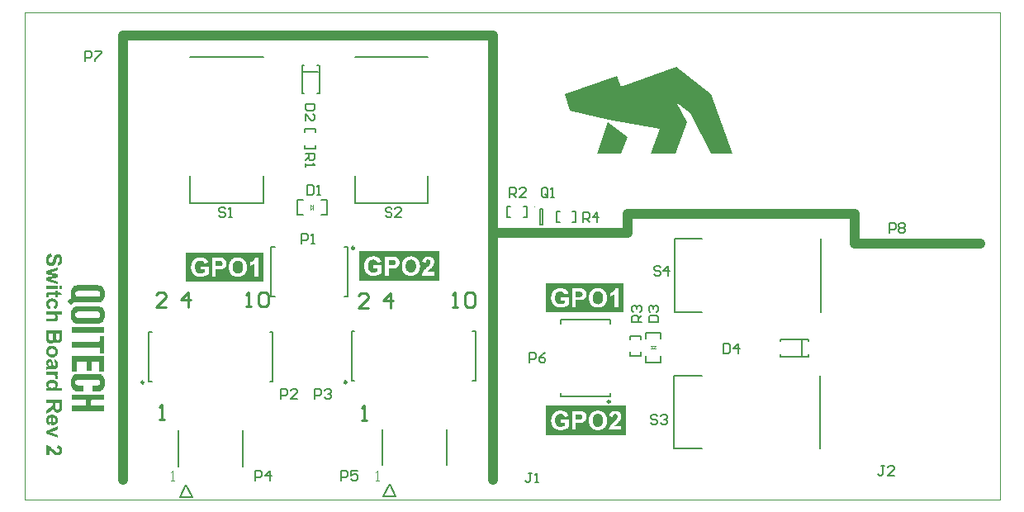
<source format=gto>
G04*
G04 #@! TF.GenerationSoftware,Altium Limited,Altium Designer,18.1.9 (240)*
G04*
G04 Layer_Color=65535*
%FSLAX25Y25*%
%MOIN*%
G70*
G01*
G75*
%ADD10C,0.00984*%
%ADD11C,0.00394*%
%ADD12C,0.00787*%
%ADD13C,0.00602*%
%ADD14C,0.03937*%
%ADD15C,0.00600*%
%ADD16C,0.00300*%
%ADD17C,0.00039*%
G36*
X316374Y203091D02*
X325107Y179151D01*
X316476D01*
X308051Y195334D01*
X302400Y199803D01*
X306818Y191840D01*
X302143Y179151D01*
X292228D01*
X295824Y189118D01*
X275223Y192611D01*
X259555Y196464D01*
X257654Y202937D01*
X278614Y210592D01*
X280155Y206019D01*
X302400Y214136D01*
X316374Y203091D01*
D02*
G37*
G36*
X282775Y185830D02*
X280258Y179151D01*
X270343D01*
X274967Y191686D01*
X282775Y185830D01*
D02*
G37*
G36*
X69077Y125899D02*
X69943D01*
Y125683D01*
X70376D01*
Y125466D01*
X70810D01*
Y125249D01*
X71026D01*
Y125033D01*
Y124816D01*
X71243D01*
Y124600D01*
Y124383D01*
X71459D01*
Y124166D01*
Y123950D01*
Y123733D01*
X71676D01*
Y123516D01*
Y123300D01*
Y123083D01*
Y122866D01*
Y122650D01*
Y122433D01*
Y122217D01*
Y122000D01*
Y121783D01*
Y121567D01*
Y121350D01*
Y121133D01*
X71459D01*
Y120917D01*
Y120700D01*
Y120484D01*
X71243D01*
Y120267D01*
Y120050D01*
X71026D01*
Y119834D01*
X70810D01*
Y119617D01*
X70593D01*
Y119401D01*
X70376D01*
Y119184D01*
X69726D01*
Y118967D01*
X59978D01*
Y119184D01*
X59329D01*
Y118967D01*
X59112D01*
Y118751D01*
X58895D01*
Y118534D01*
X58679D01*
Y118317D01*
X58462D01*
Y118101D01*
X58245D01*
Y117884D01*
X58029D01*
Y118101D01*
X57812D01*
Y118317D01*
X57595D01*
Y118534D01*
X57379D01*
Y118751D01*
X57162D01*
Y118967D01*
X56946D01*
Y119184D01*
X56729D01*
Y119401D01*
Y119617D01*
X56946D01*
Y119834D01*
X57162D01*
Y120050D01*
X57595D01*
Y120267D01*
X57812D01*
Y120484D01*
X58029D01*
Y120700D01*
X58245D01*
Y120917D01*
Y121133D01*
Y121350D01*
Y121567D01*
Y121783D01*
Y122000D01*
Y122217D01*
Y122433D01*
Y122650D01*
Y122866D01*
Y123083D01*
Y123300D01*
Y123516D01*
Y123733D01*
Y123950D01*
Y124166D01*
X58462D01*
Y124383D01*
Y124600D01*
X58679D01*
Y124816D01*
Y125033D01*
X58895D01*
Y125249D01*
X59112D01*
Y125466D01*
X59329D01*
Y125683D01*
X59762D01*
Y125899D01*
X60628D01*
Y126116D01*
X69077D01*
Y125899D01*
D02*
G37*
G36*
X69943Y117234D02*
X70376D01*
Y117018D01*
X70810D01*
Y116801D01*
X71026D01*
Y116584D01*
Y116368D01*
X71243D01*
Y116151D01*
Y115935D01*
X71459D01*
Y115718D01*
Y115501D01*
Y115285D01*
X71676D01*
Y115068D01*
Y114851D01*
Y114635D01*
Y114418D01*
Y114202D01*
Y113985D01*
Y113768D01*
Y113552D01*
Y113335D01*
Y113119D01*
Y112902D01*
Y112685D01*
X71459D01*
Y112469D01*
Y112252D01*
Y112035D01*
X71243D01*
Y111819D01*
Y111602D01*
X71026D01*
Y111386D01*
Y111169D01*
X70810D01*
Y110952D01*
X70376D01*
Y110736D01*
X69943D01*
Y110519D01*
X59762D01*
Y110736D01*
X59329D01*
Y110952D01*
X59112D01*
Y111169D01*
X58895D01*
Y111386D01*
X58679D01*
Y111602D01*
Y111819D01*
X58462D01*
Y112035D01*
Y112252D01*
X58245D01*
Y112469D01*
Y112685D01*
Y112902D01*
Y113119D01*
Y113335D01*
Y113552D01*
Y113768D01*
Y113985D01*
Y114202D01*
Y114418D01*
Y114635D01*
Y114851D01*
Y115068D01*
Y115285D01*
Y115501D01*
Y115718D01*
X58462D01*
Y115935D01*
Y116151D01*
X58679D01*
Y116368D01*
Y116584D01*
X58895D01*
Y116801D01*
X59112D01*
Y117018D01*
X59329D01*
Y117234D01*
X59762D01*
Y117451D01*
X69943D01*
Y117234D01*
D02*
G37*
G36*
X71459Y108786D02*
Y108569D01*
Y108353D01*
Y108136D01*
Y107920D01*
Y107703D01*
Y107486D01*
Y107270D01*
Y107053D01*
Y106836D01*
Y106620D01*
X58462D01*
Y106836D01*
Y107053D01*
Y107270D01*
Y107486D01*
Y107703D01*
Y107920D01*
Y108136D01*
Y108353D01*
Y108569D01*
Y108786D01*
Y109003D01*
X71459D01*
Y108786D01*
D02*
G37*
G36*
Y105320D02*
Y105103D01*
Y104887D01*
Y104670D01*
Y104454D01*
Y104237D01*
Y104020D01*
Y103804D01*
Y103587D01*
Y103370D01*
Y103154D01*
Y102937D01*
Y102721D01*
Y102504D01*
Y102287D01*
Y102071D01*
Y101854D01*
Y101637D01*
Y101421D01*
Y101204D01*
Y100988D01*
Y100771D01*
Y100554D01*
Y100338D01*
Y100121D01*
Y99904D01*
Y99688D01*
Y99471D01*
Y99255D01*
Y99038D01*
Y98821D01*
Y98605D01*
Y98388D01*
X69726D01*
Y98605D01*
X69510D01*
Y98821D01*
X69726D01*
Y99038D01*
Y99255D01*
Y99471D01*
Y99688D01*
Y99904D01*
Y100121D01*
Y100338D01*
Y100554D01*
Y100771D01*
X58462D01*
Y100988D01*
Y101204D01*
Y101421D01*
Y101637D01*
Y101854D01*
Y102071D01*
Y102287D01*
Y102504D01*
Y102721D01*
Y102937D01*
Y103154D01*
X69510D01*
Y103370D01*
X69726D01*
Y103587D01*
Y103804D01*
Y104020D01*
Y104237D01*
Y104454D01*
Y104670D01*
Y104887D01*
Y105103D01*
Y105320D01*
X69510D01*
Y105537D01*
X71459D01*
Y105320D01*
D02*
G37*
G36*
Y97305D02*
Y97088D01*
Y96872D01*
Y96655D01*
Y96438D01*
Y96222D01*
Y96005D01*
Y95789D01*
Y95572D01*
Y95355D01*
Y95139D01*
Y94922D01*
Y94705D01*
Y94489D01*
Y94272D01*
Y94056D01*
Y93839D01*
Y93622D01*
Y93406D01*
Y93189D01*
Y92972D01*
Y92756D01*
Y92539D01*
Y92323D01*
Y92106D01*
Y91889D01*
Y91673D01*
Y91456D01*
Y91240D01*
X69510D01*
Y91456D01*
Y91673D01*
Y91889D01*
Y92106D01*
Y92323D01*
Y92539D01*
Y92756D01*
Y92972D01*
Y93189D01*
Y93406D01*
Y93622D01*
Y93839D01*
Y94056D01*
Y94272D01*
Y94489D01*
Y94705D01*
Y94922D01*
Y95139D01*
X66477D01*
Y94922D01*
Y94705D01*
Y94489D01*
Y94272D01*
Y94056D01*
Y93839D01*
Y93622D01*
Y93406D01*
Y93189D01*
Y92972D01*
Y92756D01*
Y92539D01*
Y92323D01*
Y92106D01*
Y91889D01*
Y91673D01*
Y91456D01*
X64527D01*
Y91673D01*
Y91889D01*
Y92106D01*
Y92323D01*
Y92539D01*
Y92756D01*
Y92972D01*
Y93189D01*
Y93406D01*
Y93622D01*
Y93839D01*
Y94056D01*
Y94272D01*
Y94489D01*
Y94705D01*
Y94922D01*
Y95139D01*
X60412D01*
Y94922D01*
Y94705D01*
Y94489D01*
Y94272D01*
Y94056D01*
Y93839D01*
Y93622D01*
Y93406D01*
Y93189D01*
Y92972D01*
Y92756D01*
Y92539D01*
Y92323D01*
Y92106D01*
Y91889D01*
Y91673D01*
Y91456D01*
Y91240D01*
Y91023D01*
X58462D01*
Y91240D01*
Y91456D01*
Y91673D01*
Y91889D01*
Y92106D01*
Y92323D01*
Y92539D01*
Y92756D01*
Y92972D01*
Y93189D01*
Y93406D01*
Y93622D01*
Y93839D01*
Y94056D01*
Y94272D01*
Y94489D01*
Y94705D01*
Y94922D01*
Y95139D01*
Y95355D01*
Y95572D01*
Y95789D01*
Y96005D01*
Y96222D01*
Y96438D01*
Y96655D01*
Y96872D01*
Y97088D01*
Y97305D01*
Y97522D01*
X71459D01*
Y97305D01*
D02*
G37*
G36*
X69726Y89940D02*
X70376D01*
Y89723D01*
X70593D01*
Y89507D01*
X70810D01*
Y89290D01*
X71026D01*
Y89073D01*
X71243D01*
Y88857D01*
Y88640D01*
X71459D01*
Y88423D01*
Y88207D01*
Y87990D01*
X71676D01*
Y87774D01*
Y87557D01*
Y87340D01*
Y87124D01*
Y86907D01*
Y86690D01*
Y86474D01*
Y86257D01*
Y86041D01*
Y85824D01*
Y85607D01*
Y85391D01*
Y85174D01*
X71459D01*
Y84957D01*
Y84741D01*
Y84524D01*
X71243D01*
Y84308D01*
Y84091D01*
X71026D01*
Y83874D01*
X70810D01*
Y83658D01*
X70593D01*
Y83441D01*
X70160D01*
Y83224D01*
X66694D01*
Y83441D01*
Y83658D01*
Y83874D01*
Y84091D01*
Y84308D01*
Y84524D01*
Y84741D01*
Y84957D01*
Y85174D01*
Y85391D01*
X69077D01*
Y85607D01*
X69510D01*
Y85824D01*
X69726D01*
Y86041D01*
X69943D01*
Y86257D01*
Y86474D01*
Y86690D01*
Y86907D01*
Y87124D01*
Y87340D01*
X69726D01*
Y87557D01*
X69510D01*
Y87774D01*
X60412D01*
Y87557D01*
X60195D01*
Y87340D01*
X59978D01*
Y87124D01*
Y86907D01*
Y86690D01*
Y86474D01*
Y86257D01*
Y86041D01*
X60195D01*
Y85824D01*
X60412D01*
Y85607D01*
X60845D01*
Y85391D01*
X63228D01*
Y85174D01*
Y84957D01*
Y84741D01*
Y84524D01*
Y84308D01*
Y84091D01*
Y83874D01*
Y83658D01*
Y83441D01*
Y83224D01*
X59978D01*
Y83441D01*
X59545D01*
Y83658D01*
X59112D01*
Y83874D01*
X58895D01*
Y84091D01*
X58679D01*
Y84308D01*
Y84524D01*
X58462D01*
Y84741D01*
Y84957D01*
X58245D01*
Y85174D01*
Y85391D01*
Y85607D01*
Y85824D01*
Y86041D01*
Y86257D01*
Y86474D01*
Y86690D01*
Y86907D01*
Y87124D01*
Y87340D01*
Y87557D01*
Y87774D01*
Y87990D01*
Y88207D01*
X58462D01*
Y88423D01*
Y88640D01*
Y88857D01*
X58679D01*
Y89073D01*
Y89290D01*
X58895D01*
Y89507D01*
X59112D01*
Y89723D01*
X59545D01*
Y89940D01*
X59978D01*
Y90156D01*
X69726D01*
Y89940D01*
D02*
G37*
G36*
X71459Y81708D02*
Y81492D01*
Y81275D01*
Y81058D01*
Y80842D01*
Y80625D01*
Y80408D01*
Y80192D01*
Y79975D01*
Y79759D01*
X66477D01*
Y79542D01*
X66260D01*
Y79325D01*
Y79109D01*
Y78892D01*
Y78675D01*
Y78459D01*
Y78242D01*
Y78026D01*
Y77809D01*
Y77592D01*
Y77376D01*
X71459D01*
Y77159D01*
Y76942D01*
Y76726D01*
Y76509D01*
Y76293D01*
Y76076D01*
Y75859D01*
Y75643D01*
Y75426D01*
Y75209D01*
Y74993D01*
X58462D01*
Y75209D01*
Y75426D01*
Y75643D01*
Y75859D01*
Y76076D01*
Y76293D01*
Y76509D01*
Y76726D01*
Y76942D01*
Y77159D01*
Y77376D01*
X64311D01*
Y77592D01*
Y77809D01*
Y78026D01*
Y78242D01*
Y78459D01*
Y78675D01*
Y78892D01*
Y79109D01*
Y79325D01*
Y79542D01*
Y79759D01*
X58462D01*
Y79975D01*
Y80192D01*
Y80408D01*
Y80625D01*
Y80842D01*
Y81058D01*
Y81275D01*
Y81492D01*
Y81708D01*
Y81925D01*
X71459D01*
Y81708D01*
D02*
G37*
G36*
X50397Y137541D02*
X50387D01*
X50369Y137531D01*
X50333D01*
X50296Y137522D01*
X50187Y137486D01*
X50050Y137440D01*
X49896Y137386D01*
X49741Y137304D01*
X49604Y137213D01*
X49476Y137094D01*
X49467Y137076D01*
X49431Y137030D01*
X49385Y136958D01*
X49331Y136848D01*
X49276Y136712D01*
X49231Y136557D01*
X49194Y136374D01*
X49185Y136165D01*
Y136065D01*
X49203Y135955D01*
X49221Y135819D01*
X49249Y135673D01*
X49294Y135518D01*
X49358Y135372D01*
X49440Y135245D01*
X49449Y135227D01*
X49485Y135190D01*
X49540Y135145D01*
X49613Y135081D01*
X49704Y135026D01*
X49814Y134972D01*
X49923Y134935D01*
X50050Y134926D01*
X50059D01*
X50087D01*
X50132Y134935D01*
X50187Y134944D01*
X50242Y134962D01*
X50305Y134981D01*
X50369Y135017D01*
X50433Y135063D01*
X50442Y135072D01*
X50460Y135090D01*
X50488Y135117D01*
X50524Y135163D01*
X50570Y135227D01*
X50615Y135309D01*
X50661Y135400D01*
X50706Y135518D01*
Y135527D01*
X50725Y135564D01*
X50743Y135627D01*
X50761Y135673D01*
X50770Y135728D01*
X50788Y135792D01*
X50816Y135864D01*
X50834Y135946D01*
X50861Y136037D01*
X50889Y136147D01*
X50916Y136265D01*
X50952Y136393D01*
X50989Y136539D01*
Y136548D01*
X50998Y136584D01*
X51016Y136639D01*
X51034Y136702D01*
X51062Y136784D01*
X51089Y136885D01*
X51125Y136985D01*
X51162Y137103D01*
X51253Y137340D01*
X51362Y137568D01*
X51417Y137686D01*
X51481Y137786D01*
X51544Y137887D01*
X51608Y137969D01*
X51617Y137978D01*
X51635Y137996D01*
X51663Y138023D01*
X51699Y138060D01*
X51754Y138105D01*
X51818Y138151D01*
X51881Y138206D01*
X51964Y138251D01*
X52155Y138361D01*
X52373Y138452D01*
X52492Y138488D01*
X52610Y138515D01*
X52747Y138534D01*
X52884Y138543D01*
X52893D01*
X52902D01*
X52929D01*
X52965D01*
X53057Y138524D01*
X53175Y138506D01*
X53312Y138479D01*
X53467Y138433D01*
X53631Y138370D01*
X53786Y138278D01*
X53795D01*
X53804Y138269D01*
X53858Y138224D01*
X53931Y138169D01*
X54022Y138078D01*
X54123Y137969D01*
X54232Y137832D01*
X54332Y137677D01*
X54423Y137495D01*
Y137486D01*
X54432Y137468D01*
X54441Y137440D01*
X54460Y137404D01*
X54478Y137349D01*
X54496Y137295D01*
X54514Y137222D01*
X54542Y137140D01*
X54578Y136958D01*
X54615Y136748D01*
X54642Y136511D01*
X54651Y136247D01*
Y136138D01*
X54642Y136056D01*
X54633Y135955D01*
X54624Y135837D01*
X54605Y135719D01*
X54587Y135582D01*
X54523Y135290D01*
X54478Y135145D01*
X54432Y134999D01*
X54369Y134853D01*
X54296Y134716D01*
X54214Y134589D01*
X54123Y134470D01*
X54113Y134461D01*
X54095Y134443D01*
X54068Y134416D01*
X54031Y134379D01*
X53977Y134334D01*
X53913Y134279D01*
X53840Y134224D01*
X53758Y134161D01*
X53658Y134106D01*
X53558Y134051D01*
X53439Y133997D01*
X53312Y133951D01*
X53184Y133906D01*
X53038Y133869D01*
X52893Y133842D01*
X52729Y133833D01*
X52683Y135108D01*
X52692D01*
X52701D01*
X52765Y135126D01*
X52847Y135145D01*
X52947Y135181D01*
X53066Y135227D01*
X53175Y135290D01*
X53284Y135372D01*
X53376Y135464D01*
X53385Y135473D01*
X53412Y135509D01*
X53448Y135573D01*
X53485Y135664D01*
X53521Y135773D01*
X53558Y135910D01*
X53585Y136074D01*
X53594Y136265D01*
Y136356D01*
X53585Y136457D01*
X53567Y136575D01*
X53540Y136712D01*
X53494Y136857D01*
X53439Y136994D01*
X53357Y137121D01*
X53348Y137131D01*
X53330Y137149D01*
X53303Y137185D01*
X53257Y137222D01*
X53202Y137258D01*
X53130Y137295D01*
X53057Y137313D01*
X52965Y137322D01*
X52956D01*
X52929D01*
X52884Y137313D01*
X52838Y137295D01*
X52774Y137276D01*
X52710Y137249D01*
X52647Y137204D01*
X52583Y137140D01*
X52574Y137131D01*
X52547Y137085D01*
X52528Y137058D01*
X52510Y137012D01*
X52483Y136967D01*
X52455Y136903D01*
X52428Y136830D01*
X52392Y136748D01*
X52355Y136648D01*
X52319Y136548D01*
X52282Y136420D01*
X52246Y136283D01*
X52209Y136138D01*
X52164Y135974D01*
Y135965D01*
X52155Y135928D01*
X52146Y135882D01*
X52127Y135819D01*
X52109Y135746D01*
X52082Y135655D01*
X52055Y135555D01*
X52027Y135454D01*
X51954Y135236D01*
X51881Y135008D01*
X51799Y134789D01*
X51754Y134698D01*
X51708Y134607D01*
Y134598D01*
X51699Y134589D01*
X51663Y134534D01*
X51608Y134452D01*
X51535Y134352D01*
X51444Y134243D01*
X51335Y134124D01*
X51207Y134006D01*
X51062Y133906D01*
X51043Y133897D01*
X50989Y133869D01*
X50907Y133824D01*
X50788Y133778D01*
X50643Y133733D01*
X50469Y133687D01*
X50278Y133660D01*
X50059Y133651D01*
X50050D01*
X50032D01*
X50005D01*
X49968D01*
X49923Y133660D01*
X49859Y133669D01*
X49731Y133687D01*
X49567Y133723D01*
X49394Y133778D01*
X49221Y133860D01*
X49039Y133960D01*
X49030D01*
X49021Y133979D01*
X48966Y134015D01*
X48875Y134088D01*
X48775Y134179D01*
X48656Y134297D01*
X48547Y134452D01*
X48438Y134616D01*
X48338Y134817D01*
Y134826D01*
X48329Y134844D01*
X48320Y134871D01*
X48301Y134917D01*
X48283Y134972D01*
X48265Y135035D01*
X48247Y135108D01*
X48228Y135190D01*
X48201Y135290D01*
X48183Y135391D01*
X48146Y135627D01*
X48119Y135892D01*
X48110Y136183D01*
Y136302D01*
X48119Y136384D01*
X48128Y136484D01*
X48137Y136593D01*
X48156Y136721D01*
X48183Y136857D01*
X48247Y137158D01*
X48292Y137313D01*
X48338Y137459D01*
X48401Y137613D01*
X48474Y137759D01*
X48556Y137896D01*
X48656Y138023D01*
X48666Y138032D01*
X48684Y138051D01*
X48711Y138087D01*
X48757Y138124D01*
X48820Y138178D01*
X48893Y138233D01*
X48975Y138297D01*
X49066Y138361D01*
X49176Y138424D01*
X49294Y138488D01*
X49431Y138552D01*
X49577Y138616D01*
X49731Y138661D01*
X49905Y138716D01*
X50087Y138752D01*
X50278Y138779D01*
X50397Y137541D01*
D02*
G37*
G36*
X52802Y132011D02*
X49804Y131155D01*
X52802Y130362D01*
Y129196D01*
X49804Y128440D01*
X52802Y127565D01*
Y126372D01*
X48228Y127838D01*
Y129005D01*
X51162Y129788D01*
X48228Y130562D01*
Y131737D01*
X52802Y133177D01*
Y132011D01*
D02*
G37*
G36*
X54532Y124522D02*
X53412D01*
Y125734D01*
X54532D01*
Y124522D01*
D02*
G37*
G36*
X52802D02*
X48228D01*
Y125734D01*
X52802D01*
Y124522D01*
D02*
G37*
G36*
Y123220D02*
X53713D01*
X54423Y122008D01*
X52802D01*
Y121179D01*
X51836D01*
Y122008D01*
X49987D01*
X49977D01*
X49959D01*
X49932D01*
X49896D01*
X49804D01*
X49695D01*
X49586Y121999D01*
X49476D01*
X49394D01*
X49358Y121990D01*
X49340D01*
X49322Y121981D01*
X49285Y121962D01*
X49240Y121935D01*
X49185Y121880D01*
X49176Y121862D01*
X49158Y121826D01*
X49139Y121762D01*
X49130Y121680D01*
Y121644D01*
X49139Y121607D01*
X49148Y121553D01*
X49158Y121480D01*
X49176Y121398D01*
X49203Y121297D01*
X49240Y121188D01*
X48301Y121079D01*
Y121088D01*
X48292Y121097D01*
X48274Y121152D01*
X48247Y121243D01*
X48219Y121361D01*
X48183Y121498D01*
X48156Y121662D01*
X48137Y121844D01*
X48128Y122035D01*
Y122090D01*
X48137Y122154D01*
X48146Y122236D01*
X48156Y122327D01*
X48174Y122427D01*
X48201Y122527D01*
X48237Y122627D01*
X48247Y122637D01*
X48256Y122673D01*
X48283Y122719D01*
X48310Y122773D01*
X48401Y122901D01*
X48456Y122965D01*
X48520Y123019D01*
X48529Y123028D01*
X48556Y123037D01*
X48593Y123056D01*
X48647Y123083D01*
X48711Y123110D01*
X48793Y123138D01*
X48884Y123165D01*
X48985Y123183D01*
X48994D01*
X49030Y123192D01*
X49085D01*
X49176Y123201D01*
X49294Y123211D01*
X49440D01*
X49522Y123220D01*
X49622D01*
X49722D01*
X49841D01*
X51836D01*
Y123775D01*
X52802D01*
Y123220D01*
D02*
G37*
G36*
X50688Y120605D02*
X50788Y120596D01*
X50898Y120587D01*
X51016Y120569D01*
X51153Y120541D01*
X51435Y120468D01*
X51581Y120423D01*
X51727Y120368D01*
X51872Y120295D01*
X52009Y120213D01*
X52136Y120122D01*
X52264Y120022D01*
X52273Y120013D01*
X52291Y119995D01*
X52319Y119958D01*
X52364Y119913D01*
X52410Y119849D01*
X52464Y119776D01*
X52528Y119694D01*
X52583Y119594D01*
X52647Y119484D01*
X52701Y119366D01*
X52756Y119229D01*
X52802Y119084D01*
X52847Y118938D01*
X52874Y118765D01*
X52893Y118592D01*
X52902Y118410D01*
Y118328D01*
X52893Y118273D01*
Y118200D01*
X52884Y118118D01*
X52874Y118027D01*
X52856Y117927D01*
X52811Y117717D01*
X52747Y117499D01*
X52656Y117280D01*
X52537Y117079D01*
Y117070D01*
X52519Y117061D01*
X52501Y117034D01*
X52474Y116998D01*
X52392Y116916D01*
X52273Y116806D01*
X52118Y116688D01*
X51936Y116569D01*
X51718Y116460D01*
X51462Y116369D01*
X51244Y117562D01*
X51262D01*
X51298Y117571D01*
X51362Y117590D01*
X51444Y117617D01*
X51526Y117663D01*
X51617Y117708D01*
X51699Y117772D01*
X51772Y117845D01*
X51781Y117854D01*
X51799Y117881D01*
X51827Y117927D01*
X51863Y117991D01*
X51900Y118072D01*
X51927Y118164D01*
X51945Y118273D01*
X51954Y118391D01*
Y118410D01*
X51945Y118464D01*
X51936Y118546D01*
X51918Y118656D01*
X51872Y118765D01*
X51818Y118883D01*
X51745Y119002D01*
X51635Y119111D01*
X51617Y119120D01*
X51572Y119148D01*
X51499Y119193D01*
X51389Y119239D01*
X51244Y119293D01*
X51162Y119311D01*
X51071Y119330D01*
X50961Y119348D01*
X50852Y119366D01*
X50725Y119375D01*
X50597D01*
X50588D01*
X50560D01*
X50515D01*
X50460Y119366D01*
X50397D01*
X50324Y119357D01*
X50141Y119339D01*
X49950Y119311D01*
X49759Y119257D01*
X49586Y119193D01*
X49513Y119148D01*
X49440Y119102D01*
X49422Y119093D01*
X49385Y119047D01*
X49340Y118993D01*
X49276Y118911D01*
X49212Y118801D01*
X49167Y118683D01*
X49130Y118537D01*
X49112Y118373D01*
Y118318D01*
X49121Y118255D01*
X49139Y118173D01*
X49158Y118082D01*
X49194Y117991D01*
X49240Y117899D01*
X49303Y117808D01*
X49312Y117799D01*
X49340Y117772D01*
X49385Y117735D01*
X49458Y117681D01*
X49549Y117626D01*
X49668Y117581D01*
X49814Y117526D01*
X49977Y117490D01*
X49777Y116305D01*
X49768D01*
X49741Y116314D01*
X49695Y116323D01*
X49640Y116342D01*
X49577Y116369D01*
X49495Y116396D01*
X49312Y116469D01*
X49112Y116560D01*
X48912Y116688D01*
X48711Y116843D01*
X48620Y116934D01*
X48538Y117025D01*
Y117034D01*
X48520Y117052D01*
X48502Y117079D01*
X48474Y117116D01*
X48447Y117171D01*
X48411Y117234D01*
X48374Y117307D01*
X48338Y117398D01*
X48292Y117490D01*
X48256Y117599D01*
X48219Y117708D01*
X48192Y117836D01*
X48165Y117972D01*
X48146Y118118D01*
X48137Y118264D01*
X48128Y118428D01*
Y118528D01*
X48137Y118592D01*
X48146Y118674D01*
X48165Y118774D01*
X48183Y118883D01*
X48210Y119002D01*
X48237Y119129D01*
X48283Y119257D01*
X48329Y119394D01*
X48392Y119521D01*
X48465Y119658D01*
X48547Y119785D01*
X48647Y119904D01*
X48757Y120022D01*
X48766Y120031D01*
X48784Y120049D01*
X48820Y120077D01*
X48875Y120113D01*
X48939Y120159D01*
X49012Y120213D01*
X49103Y120259D01*
X49212Y120314D01*
X49331Y120377D01*
X49458Y120423D01*
X49604Y120477D01*
X49759Y120523D01*
X49932Y120560D01*
X50105Y120587D01*
X50305Y120605D01*
X50506Y120614D01*
X50515D01*
X50551D01*
X50615D01*
X50688Y120605D01*
D02*
G37*
G36*
X54532Y114246D02*
X52200D01*
X52209Y114237D01*
X52228Y114219D01*
X52264Y114182D01*
X52310Y114146D01*
X52364Y114082D01*
X52419Y114019D01*
X52483Y113937D01*
X52556Y113855D01*
X52619Y113754D01*
X52683Y113645D01*
X52793Y113408D01*
X52838Y113281D01*
X52874Y113144D01*
X52893Y112998D01*
X52902Y112853D01*
Y112780D01*
X52893Y112698D01*
X52884Y112597D01*
X52865Y112479D01*
X52829Y112361D01*
X52793Y112224D01*
X52738Y112096D01*
X52729Y112078D01*
X52710Y112042D01*
X52674Y111978D01*
X52628Y111905D01*
X52574Y111823D01*
X52510Y111741D01*
X52428Y111659D01*
X52346Y111586D01*
X52337Y111577D01*
X52301Y111559D01*
X52255Y111531D01*
X52191Y111495D01*
X52109Y111450D01*
X52018Y111413D01*
X51918Y111377D01*
X51809Y111349D01*
X51799D01*
X51754Y111340D01*
X51681Y111331D01*
X51590Y111313D01*
X51462Y111304D01*
X51307Y111295D01*
X51125Y111285D01*
X50907D01*
X48228D01*
Y112497D01*
X50633D01*
X50643D01*
X50661D01*
X50697D01*
X50752D01*
X50806D01*
X50870D01*
X51016Y112506D01*
X51171Y112515D01*
X51326Y112524D01*
X51453Y112543D01*
X51499Y112561D01*
X51544Y112570D01*
X51553D01*
X51581Y112588D01*
X51608Y112607D01*
X51654Y112625D01*
X51754Y112707D01*
X51809Y112752D01*
X51854Y112816D01*
X51863Y112825D01*
X51872Y112843D01*
X51891Y112889D01*
X51918Y112935D01*
X51936Y112998D01*
X51954Y113071D01*
X51964Y113162D01*
X51973Y113253D01*
Y113308D01*
X51964Y113363D01*
X51954Y113435D01*
X51936Y113517D01*
X51909Y113609D01*
X51872Y113700D01*
X51818Y113791D01*
X51809Y113800D01*
X51790Y113827D01*
X51754Y113873D01*
X51708Y113918D01*
X51645Y113982D01*
X51572Y114037D01*
X51481Y114091D01*
X51380Y114137D01*
X51371D01*
X51326Y114155D01*
X51262Y114173D01*
X51162Y114192D01*
X51043Y114210D01*
X50889Y114228D01*
X50715Y114237D01*
X50515Y114246D01*
X48228D01*
Y115458D01*
X54532D01*
Y114246D01*
D02*
G37*
G36*
Y104827D02*
X54523Y104663D01*
X54514Y104480D01*
X54505Y104298D01*
X54487Y104125D01*
X54469Y103970D01*
Y103952D01*
X54460Y103906D01*
X54441Y103843D01*
X54414Y103752D01*
X54378Y103651D01*
X54332Y103542D01*
X54277Y103424D01*
X54204Y103314D01*
X54195Y103305D01*
X54168Y103269D01*
X54123Y103214D01*
X54068Y103141D01*
X53986Y103068D01*
X53895Y102986D01*
X53795Y102904D01*
X53676Y102831D01*
X53658Y102822D01*
X53622Y102804D01*
X53549Y102768D01*
X53457Y102731D01*
X53348Y102695D01*
X53230Y102658D01*
X53084Y102640D01*
X52938Y102631D01*
X52929D01*
X52920D01*
X52865D01*
X52783Y102640D01*
X52674Y102658D01*
X52547Y102695D01*
X52410Y102731D01*
X52273Y102795D01*
X52127Y102877D01*
X52109Y102886D01*
X52064Y102923D01*
X52000Y102977D01*
X51918Y103041D01*
X51836Y103132D01*
X51736Y103241D01*
X51654Y103369D01*
X51572Y103515D01*
Y103506D01*
X51563Y103487D01*
X51553Y103460D01*
X51544Y103424D01*
X51499Y103314D01*
X51435Y103187D01*
X51362Y103050D01*
X51262Y102895D01*
X51143Y102759D01*
X50998Y102631D01*
X50980Y102622D01*
X50925Y102585D01*
X50843Y102531D01*
X50734Y102476D01*
X50588Y102421D01*
X50433Y102367D01*
X50251Y102330D01*
X50050Y102321D01*
X50041D01*
X50032D01*
X49977D01*
X49896Y102330D01*
X49786Y102349D01*
X49659Y102367D01*
X49513Y102403D01*
X49367Y102458D01*
X49212Y102522D01*
X49194Y102531D01*
X49148Y102558D01*
X49076Y102604D01*
X48985Y102667D01*
X48875Y102740D01*
X48775Y102841D01*
X48666Y102941D01*
X48565Y103068D01*
X48556Y103087D01*
X48529Y103132D01*
X48483Y103205D01*
X48438Y103305D01*
X48383Y103433D01*
X48338Y103578D01*
X48292Y103743D01*
X48265Y103925D01*
Y103961D01*
X48256Y103998D01*
Y104089D01*
X48247Y104152D01*
Y104325D01*
X48237Y104435D01*
Y104708D01*
X48228Y104863D01*
Y107596D01*
X54532D01*
Y104827D01*
D02*
G37*
G36*
X50679Y101520D02*
X50734D01*
X50797Y101511D01*
X50952Y101492D01*
X51125Y101456D01*
X51317Y101401D01*
X51526Y101337D01*
X51736Y101237D01*
X51745D01*
X51763Y101219D01*
X51790Y101210D01*
X51827Y101183D01*
X51927Y101110D01*
X52055Y101019D01*
X52191Y100900D01*
X52337Y100754D01*
X52474Y100590D01*
X52601Y100399D01*
Y100390D01*
X52610Y100372D01*
X52628Y100344D01*
X52647Y100299D01*
X52674Y100253D01*
X52692Y100190D01*
X52720Y100117D01*
X52756Y100044D01*
X52811Y99862D01*
X52856Y99652D01*
X52893Y99424D01*
X52902Y99178D01*
Y99078D01*
X52893Y99005D01*
X52884Y98914D01*
X52865Y98814D01*
X52847Y98695D01*
X52820Y98577D01*
X52783Y98440D01*
X52738Y98304D01*
X52683Y98167D01*
X52619Y98021D01*
X52537Y97876D01*
X52446Y97739D01*
X52346Y97602D01*
X52228Y97475D01*
X52219Y97466D01*
X52200Y97448D01*
X52155Y97411D01*
X52109Y97375D01*
X52036Y97320D01*
X51964Y97265D01*
X51863Y97202D01*
X51763Y97138D01*
X51645Y97083D01*
X51517Y97019D01*
X51371Y96965D01*
X51226Y96910D01*
X51062Y96873D01*
X50898Y96837D01*
X50715Y96819D01*
X50524Y96810D01*
X50515D01*
X50479D01*
X50424D01*
X50351Y96819D01*
X50260Y96828D01*
X50160Y96846D01*
X50041Y96864D01*
X49923Y96892D01*
X49786Y96928D01*
X49650Y96974D01*
X49504Y97028D01*
X49358Y97092D01*
X49212Y97174D01*
X49076Y97265D01*
X48939Y97365D01*
X48802Y97484D01*
X48793Y97493D01*
X48775Y97511D01*
X48739Y97548D01*
X48693Y97602D01*
X48647Y97666D01*
X48593Y97748D01*
X48529Y97839D01*
X48465Y97939D01*
X48401Y98058D01*
X48338Y98185D01*
X48283Y98322D01*
X48237Y98477D01*
X48192Y98632D01*
X48156Y98805D01*
X48137Y98978D01*
X48128Y99169D01*
Y99233D01*
X48137Y99279D01*
Y99333D01*
X48146Y99397D01*
X48165Y99552D01*
X48201Y99743D01*
X48247Y99944D01*
X48320Y100153D01*
X48411Y100372D01*
Y100381D01*
X48420Y100399D01*
X48438Y100426D01*
X48465Y100463D01*
X48529Y100563D01*
X48620Y100691D01*
X48739Y100827D01*
X48884Y100973D01*
X49048Y101110D01*
X49240Y101237D01*
X49249D01*
X49267Y101246D01*
X49294Y101265D01*
X49340Y101283D01*
X49394Y101301D01*
X49458Y101328D01*
X49531Y101356D01*
X49613Y101383D01*
X49704Y101410D01*
X49804Y101438D01*
X50032Y101483D01*
X50296Y101520D01*
X50579Y101529D01*
X50588D01*
X50606D01*
X50643D01*
X50679Y101520D01*
D02*
G37*
G36*
X49604Y96181D02*
X49695Y96163D01*
X49804Y96145D01*
X49914Y96117D01*
X50032Y96072D01*
X50151Y96008D01*
X50169Y95999D01*
X50205Y95972D01*
X50260Y95935D01*
X50324Y95871D01*
X50397Y95808D01*
X50479Y95717D01*
X50551Y95616D01*
X50615Y95498D01*
X50624Y95480D01*
X50643Y95434D01*
X50670Y95361D01*
X50715Y95252D01*
X50761Y95115D01*
X50806Y94951D01*
X50852Y94751D01*
X50898Y94532D01*
Y94523D01*
X50907Y94496D01*
X50916Y94450D01*
X50925Y94396D01*
X50934Y94323D01*
X50952Y94241D01*
X50998Y94059D01*
X51043Y93867D01*
X51089Y93667D01*
X51143Y93494D01*
X51171Y93412D01*
X51198Y93348D01*
X51317D01*
X51335D01*
X51371D01*
X51435Y93357D01*
X51517Y93366D01*
X51599Y93393D01*
X51681Y93421D01*
X51754Y93466D01*
X51818Y93530D01*
X51827Y93539D01*
X51845Y93567D01*
X51863Y93612D01*
X51900Y93676D01*
X51927Y93767D01*
X51945Y93876D01*
X51964Y94013D01*
X51973Y94177D01*
Y94232D01*
X51964Y94286D01*
X51954Y94359D01*
X51936Y94441D01*
X51918Y94532D01*
X51881Y94614D01*
X51836Y94687D01*
X51827Y94696D01*
X51809Y94714D01*
X51781Y94751D01*
X51736Y94787D01*
X51672Y94842D01*
X51590Y94888D01*
X51499Y94933D01*
X51389Y94979D01*
X51590Y96063D01*
X51599D01*
X51617Y96054D01*
X51654Y96044D01*
X51699Y96026D01*
X51754Y96008D01*
X51818Y95981D01*
X51964Y95917D01*
X52118Y95826D01*
X52282Y95717D01*
X52437Y95589D01*
X52574Y95434D01*
Y95425D01*
X52592Y95416D01*
X52601Y95389D01*
X52628Y95352D01*
X52647Y95297D01*
X52674Y95243D01*
X52710Y95170D01*
X52738Y95097D01*
X52765Y95006D01*
X52802Y94906D01*
X52829Y94797D01*
X52847Y94669D01*
X52874Y94541D01*
X52884Y94396D01*
X52902Y94250D01*
Y93949D01*
X52893Y93885D01*
Y93813D01*
X52874Y93630D01*
X52856Y93439D01*
X52820Y93239D01*
X52765Y93047D01*
X52738Y92965D01*
X52701Y92883D01*
Y92874D01*
X52692Y92865D01*
X52665Y92820D01*
X52628Y92747D01*
X52574Y92665D01*
X52501Y92564D01*
X52419Y92473D01*
X52319Y92391D01*
X52219Y92318D01*
X52200Y92309D01*
X52164Y92291D01*
X52082Y92264D01*
X52036Y92255D01*
X51973Y92237D01*
X51909Y92218D01*
X51827Y92209D01*
X51736Y92191D01*
X51635Y92182D01*
X51526Y92173D01*
X51408Y92164D01*
X51280Y92155D01*
X51134D01*
X49722Y92173D01*
X49713D01*
X49695D01*
X49668D01*
X49622D01*
X49513D01*
X49385Y92164D01*
X49240D01*
X49094Y92145D01*
X48948Y92136D01*
X48830Y92118D01*
X48820D01*
X48784Y92109D01*
X48720Y92091D01*
X48647Y92073D01*
X48556Y92036D01*
X48456Y92000D01*
X48347Y91954D01*
X48228Y91900D01*
Y93093D01*
X48237D01*
X48247Y93102D01*
X48283Y93111D01*
X48320Y93129D01*
X48365Y93147D01*
X48429Y93166D01*
X48502Y93184D01*
X48584Y93211D01*
X48593D01*
X48602Y93220D01*
X48638Y93230D01*
X48684Y93248D01*
X48720Y93257D01*
X48711Y93275D01*
X48675Y93312D01*
X48620Y93375D01*
X48556Y93457D01*
X48483Y93558D01*
X48401Y93667D01*
X48338Y93794D01*
X48274Y93922D01*
X48265Y93940D01*
X48256Y93986D01*
X48228Y94059D01*
X48201Y94150D01*
X48174Y94259D01*
X48156Y94387D01*
X48137Y94532D01*
X48128Y94678D01*
Y94742D01*
X48137Y94797D01*
Y94851D01*
X48146Y94924D01*
X48174Y95079D01*
X48219Y95261D01*
X48283Y95443D01*
X48374Y95626D01*
X48502Y95789D01*
X48511D01*
X48520Y95808D01*
X48575Y95853D01*
X48656Y95917D01*
X48766Y95990D01*
X48902Y96063D01*
X49066Y96127D01*
X49258Y96172D01*
X49358Y96181D01*
X49467Y96190D01*
X49485D01*
X49531D01*
X49604Y96181D01*
D02*
G37*
G36*
X52802Y89895D02*
X52155D01*
X52164Y89886D01*
X52219Y89850D01*
X52301Y89795D01*
X52401Y89722D01*
X52501Y89649D01*
X52601Y89558D01*
X52692Y89476D01*
X52756Y89385D01*
X52765Y89376D01*
X52783Y89349D01*
X52802Y89294D01*
X52829Y89230D01*
X52856Y89157D01*
X52884Y89066D01*
X52893Y88975D01*
X52902Y88866D01*
Y88793D01*
X52893Y88711D01*
X52874Y88611D01*
X52847Y88483D01*
X52802Y88347D01*
X52747Y88210D01*
X52665Y88064D01*
X51617Y88447D01*
X51626Y88456D01*
X51645Y88501D01*
X51681Y88556D01*
X51718Y88629D01*
X51754Y88720D01*
X51790Y88811D01*
X51809Y88911D01*
X51818Y89012D01*
Y89048D01*
X51809Y89103D01*
X51799Y89157D01*
X51781Y89221D01*
X51754Y89294D01*
X51718Y89367D01*
X51672Y89440D01*
X51663Y89449D01*
X51645Y89467D01*
X51608Y89504D01*
X51553Y89540D01*
X51490Y89586D01*
X51399Y89631D01*
X51289Y89677D01*
X51162Y89713D01*
X51143D01*
X51116Y89722D01*
X51089Y89731D01*
X51043D01*
X50989Y89740D01*
X50916Y89749D01*
X50834Y89759D01*
X50743Y89768D01*
X50624Y89777D01*
X50506Y89786D01*
X50360D01*
X50205Y89795D01*
X50032Y89804D01*
X49841D01*
X49631D01*
X48228D01*
Y91016D01*
X52802D01*
Y89895D01*
D02*
G37*
G36*
X50715Y87800D02*
X50816Y87791D01*
X50925Y87782D01*
X51052Y87764D01*
X51180Y87745D01*
X51472Y87682D01*
X51617Y87636D01*
X51763Y87581D01*
X51909Y87518D01*
X52045Y87445D01*
X52173Y87363D01*
X52291Y87272D01*
X52301Y87262D01*
X52319Y87244D01*
X52346Y87217D01*
X52392Y87171D01*
X52437Y87117D01*
X52483Y87053D01*
X52537Y86980D01*
X52601Y86889D01*
X52656Y86798D01*
X52710Y86689D01*
X52811Y86461D01*
X52847Y86324D01*
X52874Y86187D01*
X52893Y86042D01*
X52902Y85887D01*
Y85814D01*
X52893Y85759D01*
X52884Y85696D01*
X52865Y85614D01*
X52847Y85532D01*
X52820Y85431D01*
X52793Y85331D01*
X52747Y85222D01*
X52692Y85113D01*
X52638Y85003D01*
X52556Y84885D01*
X52474Y84776D01*
X52373Y84666D01*
X52264Y84557D01*
X54532D01*
Y83345D01*
X48228D01*
Y84466D01*
X48893D01*
X48875Y84475D01*
X48830Y84511D01*
X48757Y84575D01*
X48675Y84657D01*
X48584Y84748D01*
X48483Y84866D01*
X48392Y84994D01*
X48310Y85131D01*
X48301Y85149D01*
X48283Y85194D01*
X48256Y85277D01*
X48219Y85368D01*
X48183Y85486D01*
X48156Y85623D01*
X48137Y85759D01*
X48128Y85905D01*
Y85978D01*
X48137Y86033D01*
X48146Y86106D01*
X48165Y86178D01*
X48183Y86269D01*
X48210Y86370D01*
X48237Y86470D01*
X48283Y86579D01*
X48329Y86689D01*
X48392Y86807D01*
X48465Y86916D01*
X48547Y87035D01*
X48647Y87144D01*
X48757Y87253D01*
X48766Y87262D01*
X48784Y87281D01*
X48820Y87308D01*
X48875Y87335D01*
X48939Y87381D01*
X49021Y87427D01*
X49112Y87481D01*
X49221Y87527D01*
X49340Y87581D01*
X49467Y87636D01*
X49613Y87682D01*
X49768Y87718D01*
X49941Y87754D01*
X50123Y87782D01*
X50314Y87800D01*
X50524Y87809D01*
X50533D01*
X50579D01*
X50633D01*
X50715Y87800D01*
D02*
G37*
G36*
X54532Y76850D02*
X54523Y76768D01*
Y76668D01*
X54514Y76567D01*
Y76449D01*
X54487Y76212D01*
X54460Y75966D01*
X54414Y75738D01*
X54387Y75638D01*
X54359Y75547D01*
Y75538D01*
X54350Y75529D01*
X54323Y75474D01*
X54277Y75392D01*
X54223Y75283D01*
X54132Y75164D01*
X54031Y75046D01*
X53904Y74928D01*
X53749Y74818D01*
X53740D01*
X53731Y74809D01*
X53703Y74791D01*
X53676Y74773D01*
X53585Y74727D01*
X53467Y74673D01*
X53321Y74627D01*
X53157Y74581D01*
X52965Y74545D01*
X52765Y74536D01*
X52756D01*
X52738D01*
X52692D01*
X52647Y74545D01*
X52583D01*
X52519Y74554D01*
X52355Y74590D01*
X52164Y74636D01*
X51973Y74709D01*
X51772Y74818D01*
X51681Y74882D01*
X51590Y74955D01*
X51581Y74964D01*
X51572Y74973D01*
X51544Y75000D01*
X51517Y75037D01*
X51481Y75073D01*
X51435Y75128D01*
X51389Y75192D01*
X51344Y75265D01*
X51289Y75347D01*
X51244Y75447D01*
X51198Y75547D01*
X51153Y75656D01*
X51107Y75784D01*
X51071Y75911D01*
X51034Y76048D01*
X51007Y76203D01*
Y76194D01*
X50998Y76185D01*
X50961Y76130D01*
X50916Y76057D01*
X50852Y75966D01*
X50770Y75857D01*
X50688Y75747D01*
X50588Y75629D01*
X50479Y75529D01*
X50469Y75520D01*
X50424Y75474D01*
X50351Y75419D01*
X50242Y75337D01*
X50105Y75228D01*
X50014Y75173D01*
X49923Y75110D01*
X49823Y75037D01*
X49713Y74964D01*
X49586Y74882D01*
X49458Y74800D01*
X48228Y74026D01*
Y75556D01*
X49595Y76467D01*
X49604Y76476D01*
X49631Y76485D01*
X49668Y76513D01*
X49713Y76549D01*
X49768Y76586D01*
X49841Y76631D01*
X49987Y76731D01*
X50151Y76850D01*
X50296Y76959D01*
X50433Y77059D01*
X50479Y77105D01*
X50524Y77141D01*
X50533Y77150D01*
X50551Y77169D01*
X50588Y77205D01*
X50633Y77251D01*
X50670Y77314D01*
X50715Y77378D01*
X50752Y77451D01*
X50788Y77524D01*
Y77533D01*
X50797Y77560D01*
X50816Y77606D01*
X50825Y77679D01*
X50843Y77770D01*
X50852Y77879D01*
X50861Y78007D01*
Y78417D01*
X48228D01*
Y79692D01*
X54532D01*
Y76850D01*
D02*
G37*
G36*
X50670Y73689D02*
X50761Y73680D01*
X50870Y73670D01*
X50989Y73652D01*
X51125Y73625D01*
X51408Y73552D01*
X51553Y73506D01*
X51708Y73452D01*
X51854Y73379D01*
X51991Y73297D01*
X52127Y73206D01*
X52255Y73106D01*
X52264Y73096D01*
X52282Y73078D01*
X52319Y73042D01*
X52355Y72996D01*
X52401Y72942D01*
X52455Y72869D01*
X52519Y72787D01*
X52583Y72696D01*
X52638Y72595D01*
X52701Y72477D01*
X52756Y72359D01*
X52802Y72222D01*
X52838Y72085D01*
X52874Y71930D01*
X52893Y71776D01*
X52902Y71611D01*
Y71511D01*
X52893Y71438D01*
X52884Y71356D01*
X52865Y71256D01*
X52847Y71147D01*
X52820Y71029D01*
X52783Y70901D01*
X52738Y70773D01*
X52683Y70637D01*
X52610Y70500D01*
X52537Y70372D01*
X52446Y70245D01*
X52337Y70117D01*
X52219Y70008D01*
X52209Y69999D01*
X52191Y69981D01*
X52146Y69954D01*
X52091Y69917D01*
X52018Y69871D01*
X51936Y69826D01*
X51827Y69771D01*
X51708Y69717D01*
X51572Y69662D01*
X51417Y69607D01*
X51253Y69562D01*
X51062Y69516D01*
X50861Y69480D01*
X50643Y69452D01*
X50415Y69434D01*
X50160D01*
Y72459D01*
X50151D01*
X50132D01*
X50105D01*
X50069Y72450D01*
X49977Y72440D01*
X49850Y72422D01*
X49722Y72386D01*
X49577Y72331D01*
X49440Y72267D01*
X49322Y72176D01*
X49312Y72167D01*
X49276Y72122D01*
X49231Y72067D01*
X49176Y71985D01*
X49121Y71885D01*
X49076Y71757D01*
X49039Y71621D01*
X49030Y71475D01*
Y71429D01*
X49039Y71375D01*
X49048Y71311D01*
X49066Y71238D01*
X49094Y71156D01*
X49130Y71074D01*
X49185Y71001D01*
X49194Y70992D01*
X49212Y70965D01*
X49249Y70928D01*
X49303Y70892D01*
X49376Y70837D01*
X49458Y70792D01*
X49567Y70746D01*
X49686Y70701D01*
X49485Y69498D01*
X49476D01*
X49458Y69507D01*
X49422Y69525D01*
X49376Y69543D01*
X49322Y69571D01*
X49258Y69598D01*
X49112Y69680D01*
X48948Y69780D01*
X48775Y69908D01*
X48620Y70063D01*
X48474Y70236D01*
Y70245D01*
X48456Y70254D01*
X48447Y70290D01*
X48420Y70327D01*
X48392Y70372D01*
X48365Y70436D01*
X48338Y70500D01*
X48301Y70582D01*
X48237Y70764D01*
X48183Y70974D01*
X48146Y71220D01*
X48128Y71484D01*
Y71539D01*
X48137Y71593D01*
Y71675D01*
X48156Y71776D01*
X48174Y71894D01*
X48192Y72022D01*
X48228Y72149D01*
X48265Y72295D01*
X48320Y72440D01*
X48383Y72586D01*
X48456Y72732D01*
X48547Y72878D01*
X48647Y73014D01*
X48766Y73133D01*
X48902Y73251D01*
X48912Y73260D01*
X48930Y73269D01*
X48966Y73288D01*
X49012Y73324D01*
X49076Y73352D01*
X49148Y73388D01*
X49231Y73434D01*
X49331Y73470D01*
X49440Y73515D01*
X49558Y73552D01*
X49686Y73598D01*
X49832Y73625D01*
X49977Y73652D01*
X50132Y73680D01*
X50305Y73689D01*
X50479Y73698D01*
X50488D01*
X50524D01*
X50588D01*
X50670Y73689D01*
D02*
G37*
G36*
X52802Y67776D02*
X50460Y66911D01*
X49686Y66665D01*
X49695Y66656D01*
X49731Y66647D01*
X49786Y66628D01*
X49841Y66610D01*
X49977Y66565D01*
X50032Y66546D01*
X50078Y66537D01*
X50087D01*
X50114Y66528D01*
X50151Y66519D01*
X50196Y66501D01*
X50324Y66464D01*
X50460Y66410D01*
X52802Y65535D01*
Y64296D01*
X48228Y66109D01*
Y67202D01*
X52802Y69042D01*
Y67776D01*
D02*
G37*
G36*
X48292Y61499D02*
X48338Y61490D01*
X48392Y61481D01*
X48456Y61472D01*
X48620Y61436D01*
X48802Y61381D01*
X49003Y61308D01*
X49221Y61217D01*
X49431Y61099D01*
X49440D01*
X49458Y61080D01*
X49495Y61062D01*
X49531Y61026D01*
X49595Y60989D01*
X49659Y60935D01*
X49741Y60871D01*
X49832Y60798D01*
X49941Y60716D01*
X50050Y60616D01*
X50178Y60506D01*
X50314Y60379D01*
X50451Y60242D01*
X50606Y60087D01*
X50770Y59923D01*
X50943Y59741D01*
X50952Y59732D01*
X50980Y59705D01*
X51016Y59668D01*
X51071Y59614D01*
X51125Y59541D01*
X51198Y59468D01*
X51362Y59304D01*
X51535Y59140D01*
X51708Y58976D01*
X51781Y58903D01*
X51863Y58830D01*
X51927Y58776D01*
X51982Y58739D01*
X52000Y58730D01*
X52045Y58703D01*
X52118Y58657D01*
X52219Y58612D01*
X52328Y58566D01*
X52455Y58520D01*
X52583Y58493D01*
X52720Y58484D01*
X52729D01*
X52738D01*
X52783D01*
X52865Y58493D01*
X52956Y58511D01*
X53057Y58539D01*
X53157Y58575D01*
X53257Y58630D01*
X53348Y58703D01*
X53357Y58712D01*
X53385Y58739D01*
X53421Y58794D01*
X53457Y58858D01*
X53494Y58949D01*
X53530Y59049D01*
X53558Y59167D01*
X53567Y59304D01*
Y59368D01*
X53558Y59440D01*
X53540Y59522D01*
X53512Y59623D01*
X53467Y59723D01*
X53412Y59823D01*
X53339Y59914D01*
X53330Y59923D01*
X53294Y59951D01*
X53239Y59987D01*
X53157Y60024D01*
X53057Y60069D01*
X52920Y60106D01*
X52765Y60142D01*
X52583Y60160D01*
X52701Y61363D01*
X52710D01*
X52747Y61354D01*
X52793D01*
X52865Y61335D01*
X52947Y61326D01*
X53038Y61299D01*
X53139Y61272D01*
X53257Y61244D01*
X53485Y61153D01*
X53722Y61044D01*
X53840Y60971D01*
X53949Y60889D01*
X54040Y60798D01*
X54132Y60698D01*
X54141Y60689D01*
X54150Y60670D01*
X54168Y60643D01*
X54204Y60597D01*
X54232Y60543D01*
X54268Y60470D01*
X54314Y60397D01*
X54350Y60306D01*
X54396Y60206D01*
X54432Y60097D01*
X54505Y59860D01*
X54551Y59577D01*
X54560Y59431D01*
X54569Y59277D01*
Y59185D01*
X54560Y59122D01*
X54551Y59040D01*
X54542Y58949D01*
X54523Y58848D01*
X54505Y58739D01*
X54441Y58502D01*
X54350Y58265D01*
X54296Y58138D01*
X54232Y58029D01*
X54150Y57910D01*
X54059Y57810D01*
X54050Y57801D01*
X54040Y57783D01*
X54004Y57764D01*
X53968Y57728D01*
X53922Y57682D01*
X53858Y57637D01*
X53795Y57591D01*
X53713Y57537D01*
X53530Y57446D01*
X53321Y57354D01*
X53202Y57318D01*
X53075Y57300D01*
X52938Y57282D01*
X52802Y57272D01*
X52783D01*
X52729D01*
X52647Y57282D01*
X52547Y57291D01*
X52419Y57309D01*
X52282Y57336D01*
X52136Y57373D01*
X51991Y57427D01*
X51973Y57436D01*
X51927Y57455D01*
X51845Y57491D01*
X51745Y57546D01*
X51626Y57609D01*
X51490Y57691D01*
X51344Y57792D01*
X51189Y57910D01*
X51180Y57919D01*
X51134Y57956D01*
X51071Y58010D01*
X50980Y58092D01*
X50870Y58202D01*
X50725Y58338D01*
X50570Y58502D01*
X50378Y58703D01*
X50369Y58712D01*
X50360Y58730D01*
X50333Y58757D01*
X50296Y58794D01*
X50205Y58894D01*
X50096Y59012D01*
X49977Y59131D01*
X49859Y59249D01*
X49759Y59359D01*
X49713Y59395D01*
X49677Y59431D01*
X49668Y59440D01*
X49650Y59459D01*
X49613Y59486D01*
X49567Y59522D01*
X49467Y59605D01*
X49349Y59677D01*
Y57272D01*
X48228D01*
Y61509D01*
X48237D01*
X48256D01*
X48292Y61499D01*
D02*
G37*
G36*
X282268Y65519D02*
X250000D01*
Y77304D01*
X282268D01*
Y65519D01*
D02*
G37*
G36*
X281076Y114989D02*
X250000D01*
Y126774D01*
X281076D01*
Y114989D01*
D02*
G37*
G36*
X206756Y127811D02*
X174488D01*
Y139595D01*
X206756D01*
Y127811D01*
D02*
G37*
G36*
X135738Y127389D02*
X104661D01*
Y139174D01*
X135738D01*
Y127389D01*
D02*
G37*
%LPC*%
G36*
X69077Y123733D02*
X60845D01*
Y123516D01*
X60412D01*
Y123300D01*
X60195D01*
Y123083D01*
X59978D01*
Y122866D01*
Y122650D01*
Y122433D01*
Y122217D01*
Y122000D01*
X60195D01*
Y121783D01*
Y121567D01*
X60412D01*
Y121350D01*
X69510D01*
Y121567D01*
X69726D01*
Y121783D01*
X69943D01*
Y122000D01*
Y122217D01*
Y122433D01*
Y122650D01*
Y122866D01*
Y123083D01*
X69726D01*
Y123300D01*
X69510D01*
Y123516D01*
X69077D01*
Y123733D01*
D02*
G37*
G36*
Y115285D02*
X60845D01*
Y115068D01*
X60412D01*
Y114851D01*
X60195D01*
Y114635D01*
X59978D01*
Y114418D01*
Y114202D01*
Y113985D01*
Y113768D01*
Y113552D01*
Y113335D01*
X60195D01*
Y113119D01*
X60412D01*
Y112902D01*
X60845D01*
Y112685D01*
X68860D01*
Y112902D01*
X69510D01*
Y113119D01*
X69726D01*
Y113335D01*
X69943D01*
Y113552D01*
Y113768D01*
Y113985D01*
Y114202D01*
Y114418D01*
Y114635D01*
X69726D01*
Y114851D01*
X69510D01*
Y115068D01*
X69077D01*
Y115285D01*
D02*
G37*
G36*
X53485Y106321D02*
X52027D01*
Y105100D01*
X52036Y104945D01*
Y104663D01*
X52045Y104608D01*
Y104553D01*
X52055Y104517D01*
X52064Y104462D01*
X52091Y104380D01*
X52118Y104298D01*
X52155Y104216D01*
X52200Y104134D01*
X52264Y104061D01*
X52273Y104052D01*
X52301Y104034D01*
X52337Y103998D01*
X52401Y103961D01*
X52474Y103934D01*
X52556Y103897D01*
X52656Y103879D01*
X52765Y103870D01*
X52774D01*
X52811D01*
X52865Y103879D01*
X52938Y103888D01*
X53011Y103906D01*
X53084Y103943D01*
X53166Y103979D01*
X53239Y104034D01*
X53248Y104043D01*
X53266Y104061D01*
X53303Y104107D01*
X53339Y104152D01*
X53376Y104225D01*
X53412Y104307D01*
X53439Y104408D01*
X53457Y104517D01*
Y104526D01*
X53467Y104562D01*
Y104663D01*
X53476Y104717D01*
Y104954D01*
X53485Y105054D01*
Y106321D01*
D02*
G37*
G36*
X50980D02*
X49294D01*
Y104918D01*
X49303Y104781D01*
Y104635D01*
X49312Y104490D01*
X49322Y104371D01*
Y104316D01*
X49331Y104280D01*
Y104271D01*
X49340Y104234D01*
X49358Y104180D01*
X49376Y104116D01*
X49413Y104043D01*
X49458Y103961D01*
X49513Y103888D01*
X49577Y103815D01*
X49586Y103806D01*
X49613Y103788D01*
X49659Y103761D01*
X49722Y103724D01*
X49795Y103688D01*
X49886Y103661D01*
X49996Y103642D01*
X50114Y103633D01*
X50123D01*
X50160D01*
X50214Y103642D01*
X50278Y103651D01*
X50360Y103670D01*
X50433Y103697D01*
X50515Y103733D01*
X50597Y103779D01*
X50606Y103788D01*
X50633Y103806D01*
X50670Y103834D01*
X50706Y103879D01*
X50761Y103934D01*
X50806Y104007D01*
X50852Y104089D01*
X50889Y104180D01*
Y104189D01*
X50907Y104234D01*
X50916Y104307D01*
X50925Y104353D01*
X50934Y104417D01*
X50943Y104480D01*
X50952Y104562D01*
X50961Y104654D01*
Y104763D01*
X50971Y104872D01*
X50980Y105000D01*
Y106321D01*
D02*
G37*
G36*
X50515Y100290D02*
X50506D01*
X50488D01*
X50451D01*
X50406Y100281D01*
X50342D01*
X50278Y100272D01*
X50132Y100253D01*
X49959Y100208D01*
X49786Y100153D01*
X49613Y100080D01*
X49467Y99971D01*
X49449Y99953D01*
X49413Y99916D01*
X49358Y99843D01*
X49294Y99743D01*
X49221Y99634D01*
X49167Y99497D01*
X49130Y99342D01*
X49112Y99169D01*
Y99124D01*
X49121Y99087D01*
X49130Y99005D01*
X49158Y98896D01*
X49203Y98768D01*
X49258Y98632D01*
X49349Y98504D01*
X49467Y98377D01*
X49485Y98359D01*
X49531Y98322D01*
X49622Y98277D01*
X49731Y98213D01*
X49886Y98149D01*
X50059Y98103D01*
X50278Y98067D01*
X50515Y98049D01*
X50524D01*
X50542D01*
X50579D01*
X50624Y98058D01*
X50679D01*
X50752Y98067D01*
X50898Y98085D01*
X51062Y98131D01*
X51235Y98185D01*
X51408Y98267D01*
X51553Y98377D01*
X51572Y98395D01*
X51608Y98431D01*
X51672Y98504D01*
X51736Y98595D01*
X51799Y98714D01*
X51863Y98841D01*
X51900Y98996D01*
X51918Y99169D01*
Y99215D01*
X51909Y99251D01*
X51900Y99333D01*
X51872Y99443D01*
X51827Y99570D01*
X51763Y99707D01*
X51672Y99843D01*
X51553Y99971D01*
X51535Y99980D01*
X51490Y100016D01*
X51399Y100071D01*
X51289Y100126D01*
X51143Y100190D01*
X50961Y100235D01*
X50752Y100272D01*
X50515Y100290D01*
D02*
G37*
G36*
X49595Y94979D02*
X49586D01*
X49549D01*
X49504Y94969D01*
X49449Y94951D01*
X49376Y94933D01*
X49303Y94906D01*
X49231Y94860D01*
X49158Y94797D01*
X49148Y94787D01*
X49130Y94760D01*
X49103Y94724D01*
X49066Y94660D01*
X49030Y94596D01*
X49003Y94514D01*
X48985Y94414D01*
X48975Y94314D01*
Y94259D01*
X48985Y94195D01*
X49003Y94113D01*
X49030Y94013D01*
X49066Y93913D01*
X49112Y93794D01*
X49185Y93685D01*
X49194Y93676D01*
X49212Y93649D01*
X49249Y93612D01*
X49294Y93567D01*
X49358Y93521D01*
X49422Y93476D01*
X49504Y93430D01*
X49586Y93403D01*
X49595D01*
X49613Y93393D01*
X49659Y93384D01*
X49713Y93375D01*
X49795Y93366D01*
X49896Y93357D01*
X50023Y93348D01*
X50169D01*
X50415D01*
Y93357D01*
X50397Y93393D01*
X50387Y93448D01*
X50360Y93530D01*
X50333Y93630D01*
X50296Y93767D01*
X50260Y93913D01*
X50223Y94095D01*
Y94113D01*
X50214Y94140D01*
X50205Y94177D01*
X50187Y94259D01*
X50160Y94368D01*
X50132Y94478D01*
X50096Y94587D01*
X50050Y94678D01*
X50014Y94751D01*
X50005Y94760D01*
X49987Y94787D01*
X49950Y94824D01*
X49905Y94860D01*
X49841Y94906D01*
X49768Y94942D01*
X49686Y94969D01*
X49595Y94979D01*
D02*
G37*
G36*
X50606Y86570D02*
X50597D01*
X50579D01*
X50533D01*
X50488D01*
X50424Y86561D01*
X50360D01*
X50205Y86543D01*
X50032Y86525D01*
X49850Y86488D01*
X49686Y86434D01*
X49613Y86406D01*
X49549Y86370D01*
X49540D01*
X49531Y86352D01*
X49476Y86315D01*
X49404Y86251D01*
X49322Y86160D01*
X49231Y86042D01*
X49158Y85905D01*
X49103Y85741D01*
X49094Y85650D01*
X49085Y85559D01*
Y85541D01*
X49094Y85486D01*
X49103Y85413D01*
X49130Y85313D01*
X49167Y85204D01*
X49231Y85085D01*
X49312Y84967D01*
X49431Y84848D01*
X49449Y84839D01*
X49495Y84803D01*
X49577Y84757D01*
X49695Y84703D01*
X49841Y84648D01*
X50023Y84602D01*
X50242Y84566D01*
X50488Y84557D01*
X50497D01*
X50524D01*
X50560D01*
X50615D01*
X50679Y84566D01*
X50761Y84575D01*
X50925Y84593D01*
X51116Y84630D01*
X51298Y84675D01*
X51481Y84748D01*
X51553Y84794D01*
X51626Y84848D01*
X51645Y84857D01*
X51681Y84903D01*
X51736Y84958D01*
X51799Y85040D01*
X51863Y85149D01*
X51918Y85267D01*
X51954Y85413D01*
X51973Y85568D01*
Y85586D01*
X51964Y85641D01*
X51954Y85723D01*
X51927Y85814D01*
X51891Y85932D01*
X51827Y86051D01*
X51745Y86169D01*
X51626Y86288D01*
X51608Y86297D01*
X51563Y86333D01*
X51481Y86379D01*
X51371Y86424D01*
X51226Y86479D01*
X51052Y86525D01*
X50843Y86561D01*
X50606Y86570D01*
D02*
G37*
G36*
X53467Y78417D02*
X51863D01*
Y77178D01*
X51872Y76995D01*
X51881Y76804D01*
X51891Y76613D01*
X51900Y76531D01*
X51909Y76458D01*
X51927Y76385D01*
X51936Y76340D01*
Y76331D01*
X51954Y76303D01*
X51973Y76258D01*
X52000Y76212D01*
X52082Y76094D01*
X52136Y76039D01*
X52200Y75984D01*
X52209Y75975D01*
X52237Y75966D01*
X52273Y75939D01*
X52328Y75911D01*
X52401Y75893D01*
X52483Y75866D01*
X52574Y75857D01*
X52674Y75848D01*
X52692D01*
X52729D01*
X52783Y75857D01*
X52856Y75866D01*
X52938Y75893D01*
X53020Y75920D01*
X53111Y75966D01*
X53184Y76021D01*
X53193Y76030D01*
X53221Y76048D01*
X53248Y76094D01*
X53294Y76148D01*
X53339Y76212D01*
X53376Y76294D01*
X53412Y76394D01*
X53439Y76504D01*
Y76513D01*
X53448Y76540D01*
Y76595D01*
X53457Y76677D01*
Y76877D01*
X53467Y76959D01*
Y78417D01*
D02*
G37*
G36*
X50898Y72440D02*
Y70637D01*
X50907D01*
X50925D01*
X50943D01*
X50980Y70646D01*
X51080Y70655D01*
X51189Y70673D01*
X51317Y70710D01*
X51453Y70755D01*
X51581Y70828D01*
X51690Y70910D01*
X51699Y70919D01*
X51736Y70956D01*
X51781Y71010D01*
X51836Y71083D01*
X51881Y71174D01*
X51927Y71284D01*
X51964Y71402D01*
X51973Y71539D01*
Y71602D01*
X51954Y71675D01*
X51936Y71766D01*
X51900Y71867D01*
X51854Y71976D01*
X51781Y72085D01*
X51681Y72185D01*
X51672Y72194D01*
X51626Y72222D01*
X51563Y72267D01*
X51472Y72313D01*
X51362Y72368D01*
X51226Y72404D01*
X51071Y72431D01*
X50898Y72440D01*
D02*
G37*
G36*
X255849Y75336D02*
X255717D01*
X255324Y75325D01*
X254974Y75281D01*
X254821Y75248D01*
X254668Y75215D01*
X254526Y75183D01*
X254406Y75150D01*
X254297Y75106D01*
X254187Y75073D01*
X254111Y75041D01*
X254034Y75019D01*
X253980Y74986D01*
X253936Y74975D01*
X253914Y74953D01*
X253903D01*
X253564Y74756D01*
X253422Y74636D01*
X253280Y74527D01*
X253149Y74406D01*
X253029Y74286D01*
X252919Y74166D01*
X252821Y74057D01*
X252745Y73948D01*
X252668Y73849D01*
X252602Y73762D01*
X252548Y73685D01*
X252515Y73620D01*
X252482Y73576D01*
X252471Y73543D01*
X252460Y73532D01*
X252373Y73357D01*
X252296Y73182D01*
X252176Y72822D01*
X252089Y72461D01*
X252034Y72144D01*
X252012Y71991D01*
X251990Y71860D01*
X251979Y71740D01*
Y71630D01*
X251969Y71554D01*
Y71434D01*
X251990Y71029D01*
X252034Y70657D01*
X252111Y70319D01*
X252143Y70155D01*
X252187Y70013D01*
X252231Y69881D01*
X252264Y69761D01*
X252307Y69663D01*
X252340Y69576D01*
X252362Y69510D01*
X252384Y69455D01*
X252406Y69422D01*
Y69411D01*
X252591Y69084D01*
X252799Y68799D01*
X253018Y68548D01*
X253236Y68351D01*
X253335Y68264D01*
X253433Y68187D01*
X253510Y68122D01*
X253586Y68078D01*
X253641Y68034D01*
X253695Y68002D01*
X253717Y67991D01*
X253728Y67980D01*
X253903Y67892D01*
X254067Y67816D01*
X254428Y67695D01*
X254778Y67608D01*
X255095Y67553D01*
X255247Y67532D01*
X255379Y67510D01*
X255499Y67499D01*
X255608D01*
X255685Y67488D01*
X255805D01*
X256155Y67499D01*
X256483Y67542D01*
X256800Y67597D01*
X257073Y67663D01*
X257193Y67695D01*
X257302Y67728D01*
X257401Y67761D01*
X257488Y67783D01*
X257554Y67805D01*
X257597Y67827D01*
X257630Y67838D01*
X257641D01*
X257969Y67969D01*
X258242Y68111D01*
X258483Y68253D01*
X258691Y68373D01*
X258843Y68483D01*
X258898Y68526D01*
X258953Y68570D01*
X258986Y68603D01*
X259018Y68625D01*
X259040Y68646D01*
Y71685D01*
X255750D01*
Y70406D01*
X257499D01*
Y69433D01*
X257368Y69335D01*
X257226Y69248D01*
X257084Y69171D01*
X256953Y69105D01*
X256843Y69051D01*
X256745Y69007D01*
X256690Y68985D01*
X256679Y68974D01*
X256668D01*
X256493Y68909D01*
X256319Y68865D01*
X256155Y68832D01*
X256013Y68810D01*
X255881Y68799D01*
X255794Y68788D01*
X255707D01*
X255532Y68799D01*
X255357Y68821D01*
X255204Y68854D01*
X255051Y68898D01*
X254778Y69007D01*
X254668Y69062D01*
X254559Y69127D01*
X254461Y69193D01*
X254373Y69248D01*
X254308Y69313D01*
X254242Y69357D01*
X254198Y69401D01*
X254165Y69433D01*
X254144Y69455D01*
X254133Y69466D01*
X254034Y69597D01*
X253936Y69750D01*
X253859Y69903D01*
X253794Y70067D01*
X253684Y70406D01*
X253619Y70734D01*
X253597Y70887D01*
X253575Y71040D01*
X253564Y71160D01*
X253553Y71280D01*
X253542Y71368D01*
Y71444D01*
Y71488D01*
Y71499D01*
X253553Y71729D01*
X253564Y71936D01*
X253597Y72144D01*
X253630Y72330D01*
X253674Y72494D01*
X253728Y72647D01*
X253783Y72789D01*
X253837Y72920D01*
X253881Y73029D01*
X253936Y73128D01*
X253991Y73204D01*
X254034Y73270D01*
X254067Y73325D01*
X254100Y73357D01*
X254111Y73379D01*
X254122Y73390D01*
X254242Y73499D01*
X254362Y73609D01*
X254493Y73685D01*
X254625Y73762D01*
X254756Y73827D01*
X254887Y73882D01*
X255138Y73958D01*
X255258Y73980D01*
X255368Y74002D01*
X255466Y74013D01*
X255554Y74024D01*
X255619Y74035D01*
X255717D01*
X255958Y74024D01*
X256166Y73980D01*
X256351Y73936D01*
X256515Y73871D01*
X256636Y73816D01*
X256734Y73762D01*
X256789Y73718D01*
X256810Y73707D01*
X256963Y73576D01*
X257095Y73434D01*
X257204Y73292D01*
X257280Y73150D01*
X257346Y73018D01*
X257390Y72920D01*
X257412Y72855D01*
X257423Y72843D01*
Y72833D01*
X258942Y73117D01*
X258898Y73303D01*
X258833Y73488D01*
X258767Y73652D01*
X258680Y73805D01*
X258603Y73958D01*
X258516Y74089D01*
X258428Y74210D01*
X258341Y74319D01*
X258253Y74417D01*
X258177Y74505D01*
X258111Y74581D01*
X258046Y74636D01*
X257991Y74680D01*
X257947Y74724D01*
X257925Y74734D01*
X257914Y74745D01*
X257761Y74855D01*
X257597Y74942D01*
X257423Y75019D01*
X257237Y75084D01*
X256876Y75194D01*
X256526Y75259D01*
X256362Y75292D01*
X256209Y75303D01*
X256067Y75314D01*
X255947Y75325D01*
X255849Y75336D01*
D02*
G37*
G36*
X278004Y75237D02*
X277894D01*
X277709Y75226D01*
X277534Y75215D01*
X277195Y75161D01*
X276911Y75073D01*
X276780Y75029D01*
X276659Y74975D01*
X276550Y74931D01*
X276463Y74876D01*
X276375Y74833D01*
X276310Y74800D01*
X276255Y74756D01*
X276222Y74734D01*
X276200Y74724D01*
X276189Y74713D01*
X276069Y74603D01*
X275960Y74494D01*
X275862Y74363D01*
X275774Y74221D01*
X275643Y73936D01*
X275534Y73663D01*
X275501Y73521D01*
X275468Y73401D01*
X275435Y73292D01*
X275424Y73193D01*
X275402Y73106D01*
Y73051D01*
X275392Y73008D01*
Y72997D01*
X276834Y72855D01*
X276856Y73073D01*
X276900Y73259D01*
X276944Y73423D01*
X276998Y73543D01*
X277042Y73641D01*
X277086Y73707D01*
X277118Y73751D01*
X277129Y73762D01*
X277239Y73849D01*
X277359Y73915D01*
X277479Y73969D01*
X277599Y74002D01*
X277698Y74024D01*
X277785Y74035D01*
X277862D01*
X278026Y74024D01*
X278168Y73991D01*
X278288Y73948D01*
X278397Y73904D01*
X278474Y73860D01*
X278539Y73816D01*
X278572Y73783D01*
X278583Y73773D01*
X278671Y73663D01*
X278736Y73543D01*
X278780Y73423D01*
X278813Y73303D01*
X278834Y73193D01*
X278845Y73095D01*
Y73040D01*
Y73029D01*
Y73018D01*
X278834Y72855D01*
X278802Y72701D01*
X278747Y72548D01*
X278692Y72417D01*
X278638Y72297D01*
X278583Y72210D01*
X278550Y72155D01*
X278539Y72133D01*
X278496Y72067D01*
X278430Y71991D01*
X278343Y71893D01*
X278255Y71805D01*
X278058Y71597D01*
X277862Y71390D01*
X277665Y71193D01*
X277577Y71106D01*
X277490Y71040D01*
X277425Y70974D01*
X277381Y70931D01*
X277348Y70898D01*
X277337Y70887D01*
X277118Y70679D01*
X276922Y70483D01*
X276736Y70297D01*
X276572Y70133D01*
X276419Y69969D01*
X276288Y69816D01*
X276167Y69685D01*
X276069Y69554D01*
X275982Y69444D01*
X275905Y69346D01*
X275840Y69269D01*
X275796Y69193D01*
X275752Y69149D01*
X275730Y69105D01*
X275709Y69084D01*
Y69073D01*
X275566Y68821D01*
X275457Y68559D01*
X275370Y68318D01*
X275304Y68100D01*
X275260Y67903D01*
X275249Y67827D01*
X275238Y67761D01*
X275227Y67706D01*
X275217Y67663D01*
Y67630D01*
X280299D01*
Y68974D01*
X277414D01*
X277501Y69116D01*
X277599Y69237D01*
X277643Y69291D01*
X277676Y69335D01*
X277698Y69357D01*
X277709Y69368D01*
X277752Y69411D01*
X277796Y69466D01*
X277927Y69586D01*
X278069Y69728D01*
X278211Y69871D01*
X278354Y70002D01*
X278474Y70111D01*
X278518Y70155D01*
X278550Y70187D01*
X278572Y70199D01*
X278583Y70209D01*
X278823Y70439D01*
X279020Y70625D01*
X279184Y70800D01*
X279315Y70931D01*
X279414Y71040D01*
X279479Y71117D01*
X279523Y71171D01*
X279534Y71182D01*
X279676Y71368D01*
X279796Y71543D01*
X279895Y71707D01*
X279971Y71849D01*
X280037Y71969D01*
X280081Y72067D01*
X280102Y72122D01*
X280113Y72144D01*
X280179Y72319D01*
X280223Y72494D01*
X280255Y72658D01*
X280277Y72811D01*
X280288Y72931D01*
X280299Y73029D01*
Y73117D01*
X280288Y73281D01*
X280266Y73445D01*
X280244Y73598D01*
X280201Y73740D01*
X280091Y73991D01*
X279982Y74210D01*
X279917Y74308D01*
X279862Y74385D01*
X279807Y74461D01*
X279753Y74516D01*
X279709Y74559D01*
X279687Y74603D01*
X279665Y74614D01*
X279654Y74625D01*
X279534Y74734D01*
X279392Y74833D01*
X279261Y74909D01*
X279108Y74975D01*
X278823Y75084D01*
X278539Y75161D01*
X278408Y75183D01*
X278288Y75204D01*
X278179Y75215D01*
X278080Y75226D01*
X278004Y75237D01*
D02*
G37*
G36*
X263248Y75194D02*
X260461D01*
Y67630D01*
X261991D01*
Y70483D01*
X263347D01*
X263511Y70494D01*
X263664D01*
X263806Y70504D01*
X263937Y70515D01*
X264057Y70526D01*
X264156Y70537D01*
X264254D01*
X264330Y70548D01*
X264407Y70559D01*
X264461Y70570D01*
X264505D01*
X264538Y70581D01*
X264560D01*
X264713Y70625D01*
X264855Y70679D01*
X264986Y70734D01*
X265106Y70800D01*
X265205Y70854D01*
X265281Y70898D01*
X265325Y70931D01*
X265347Y70942D01*
X265489Y71051D01*
X265609Y71171D01*
X265729Y71302D01*
X265817Y71412D01*
X265893Y71521D01*
X265948Y71608D01*
X265981Y71663D01*
X265992Y71685D01*
X266079Y71871D01*
X266145Y72067D01*
X266188Y72275D01*
X266221Y72461D01*
X266243Y72614D01*
Y72690D01*
X266254Y72745D01*
Y72865D01*
X266232Y73182D01*
X266188Y73478D01*
X266112Y73718D01*
X266035Y73936D01*
X265992Y74024D01*
X265948Y74101D01*
X265915Y74166D01*
X265872Y74232D01*
X265850Y74275D01*
X265828Y74308D01*
X265806Y74319D01*
Y74330D01*
X265631Y74527D01*
X265456Y74691D01*
X265270Y74822D01*
X265106Y74920D01*
X264953Y74986D01*
X264833Y75041D01*
X264789Y75051D01*
X264757Y75062D01*
X264735Y75073D01*
X264724D01*
X264636Y75095D01*
X264527Y75117D01*
X264396Y75128D01*
X264265Y75139D01*
X263959Y75161D01*
X263653Y75183D01*
X263369D01*
X263248Y75194D01*
D02*
G37*
G36*
X270921Y75336D02*
X270845D01*
X270517Y75325D01*
X270200Y75292D01*
X269927Y75237D01*
X269686Y75183D01*
X269588Y75150D01*
X269489Y75128D01*
X269413Y75106D01*
X269347Y75073D01*
X269292Y75062D01*
X269249Y75041D01*
X269227Y75029D01*
X269216D01*
X269019Y74942D01*
X268833Y74833D01*
X268670Y74713D01*
X268527Y74603D01*
X268407Y74505D01*
X268309Y74417D01*
X268254Y74363D01*
X268243Y74352D01*
X268232Y74341D01*
X268079Y74166D01*
X267937Y73980D01*
X267817Y73816D01*
X267719Y73652D01*
X267642Y73510D01*
X267577Y73401D01*
X267566Y73357D01*
X267544Y73325D01*
X267533Y73313D01*
Y73303D01*
X267424Y72997D01*
X267336Y72669D01*
X267281Y72341D01*
X267238Y72035D01*
X267227Y71893D01*
X267216Y71762D01*
X267205Y71652D01*
Y71554D01*
X267194Y71466D01*
Y71357D01*
X267205Y71029D01*
X267238Y70712D01*
X267281Y70417D01*
X267347Y70144D01*
X267424Y69892D01*
X267511Y69663D01*
X267598Y69444D01*
X267697Y69258D01*
X267784Y69084D01*
X267872Y68941D01*
X267959Y68810D01*
X268036Y68701D01*
X268101Y68625D01*
X268145Y68559D01*
X268178Y68526D01*
X268189Y68515D01*
X268385Y68329D01*
X268593Y68176D01*
X268801Y68034D01*
X269030Y67925D01*
X269249Y67827D01*
X269478Y67739D01*
X269686Y67674D01*
X269905Y67619D01*
X270101Y67575D01*
X270287Y67542D01*
X270451Y67521D01*
X270593Y67510D01*
X270703Y67499D01*
X270790Y67488D01*
X270866D01*
X271172Y67499D01*
X271457Y67532D01*
X271730Y67586D01*
X271981Y67652D01*
X272222Y67728D01*
X272440Y67816D01*
X272637Y67903D01*
X272823Y68002D01*
X272976Y68100D01*
X273118Y68187D01*
X273238Y68275D01*
X273337Y68351D01*
X273424Y68417D01*
X273479Y68471D01*
X273512Y68504D01*
X273522Y68515D01*
X273697Y68723D01*
X273850Y68941D01*
X273992Y69171D01*
X274102Y69401D01*
X274200Y69641D01*
X274288Y69881D01*
X274353Y70122D01*
X274408Y70351D01*
X274441Y70559D01*
X274473Y70767D01*
X274495Y70942D01*
X274517Y71095D01*
Y71226D01*
X274528Y71324D01*
Y71401D01*
X274517Y71740D01*
X274484Y72057D01*
X274441Y72352D01*
X274375Y72636D01*
X274299Y72887D01*
X274211Y73128D01*
X274124Y73346D01*
X274025Y73532D01*
X273927Y73707D01*
X273839Y73860D01*
X273752Y73991D01*
X273675Y74101D01*
X273621Y74177D01*
X273566Y74243D01*
X273533Y74275D01*
X273522Y74286D01*
X273326Y74472D01*
X273118Y74636D01*
X272899Y74778D01*
X272681Y74898D01*
X272451Y74997D01*
X272233Y75084D01*
X272014Y75150D01*
X271806Y75204D01*
X271610Y75248D01*
X271424Y75281D01*
X271260Y75303D01*
X271118Y75325D01*
X271009D01*
X270921Y75336D01*
D02*
G37*
%LPD*%
G36*
X263237Y73904D02*
X263336D01*
X263434Y73893D01*
X263576D01*
X263685Y73882D01*
X263762Y73871D01*
X263806Y73860D01*
X263817D01*
X263948Y73827D01*
X264068Y73783D01*
X264177Y73729D01*
X264265Y73663D01*
X264330Y73609D01*
X264385Y73565D01*
X264418Y73532D01*
X264429Y73521D01*
X264516Y73412D01*
X264571Y73303D01*
X264615Y73182D01*
X264647Y73073D01*
X264669Y72975D01*
X264680Y72898D01*
Y72855D01*
Y72833D01*
X264669Y72712D01*
X264658Y72603D01*
X264625Y72505D01*
X264593Y72417D01*
X264560Y72341D01*
X264538Y72286D01*
X264516Y72253D01*
X264505Y72242D01*
X264440Y72155D01*
X264352Y72078D01*
X264276Y72013D01*
X264199Y71958D01*
X264134Y71925D01*
X264079Y71893D01*
X264035Y71882D01*
X264024Y71871D01*
X263959Y71849D01*
X263882Y71838D01*
X263707Y71805D01*
X263511Y71783D01*
X263314Y71772D01*
X263117D01*
X263041Y71762D01*
X261991D01*
Y73915D01*
X263128D01*
X263237Y73904D01*
D02*
G37*
G36*
X271041Y74024D02*
X271205Y74002D01*
X271358Y73980D01*
X271500Y73936D01*
X271752Y73827D01*
X271872Y73773D01*
X271970Y73718D01*
X272069Y73652D01*
X272145Y73598D01*
X272211Y73543D01*
X272276Y73488D01*
X272320Y73445D01*
X272353Y73423D01*
X272364Y73401D01*
X272375Y73390D01*
X272473Y73259D01*
X272571Y73117D01*
X272648Y72975D01*
X272714Y72811D01*
X272812Y72483D01*
X272878Y72166D01*
X272910Y72024D01*
X272921Y71882D01*
X272932Y71762D01*
X272943Y71652D01*
X272954Y71554D01*
Y71488D01*
Y71444D01*
Y71434D01*
X272943Y71193D01*
X272932Y70964D01*
X272899Y70756D01*
X272867Y70570D01*
X272823Y70384D01*
X272768Y70220D01*
X272714Y70078D01*
X272659Y69947D01*
X272604Y69827D01*
X272550Y69728D01*
X272506Y69641D01*
X272451Y69564D01*
X272418Y69510D01*
X272386Y69477D01*
X272375Y69455D01*
X272364Y69444D01*
X272255Y69324D01*
X272134Y69226D01*
X272003Y69138D01*
X271883Y69062D01*
X271752Y69007D01*
X271632Y68952D01*
X271391Y68876D01*
X271183Y68821D01*
X271096Y68810D01*
X271020Y68799D01*
X270954Y68788D01*
X270866D01*
X270703Y68799D01*
X270539Y68821D01*
X270386Y68854D01*
X270244Y68898D01*
X269981Y68996D01*
X269774Y69127D01*
X269675Y69182D01*
X269599Y69248D01*
X269522Y69302D01*
X269467Y69357D01*
X269424Y69390D01*
X269391Y69422D01*
X269369Y69444D01*
X269358Y69455D01*
X269260Y69586D01*
X269161Y69728D01*
X269085Y69881D01*
X269019Y70046D01*
X268910Y70362D01*
X268844Y70679D01*
X268823Y70832D01*
X268801Y70964D01*
X268790Y71095D01*
X268779Y71204D01*
X268768Y71292D01*
Y71357D01*
Y71401D01*
Y71412D01*
X268779Y71652D01*
X268790Y71871D01*
X268823Y72078D01*
X268855Y72275D01*
X268899Y72450D01*
X268943Y72614D01*
X268997Y72756D01*
X269052Y72887D01*
X269107Y73008D01*
X269161Y73106D01*
X269205Y73182D01*
X269249Y73259D01*
X269282Y73313D01*
X269314Y73346D01*
X269325Y73368D01*
X269336Y73379D01*
X269446Y73499D01*
X269566Y73598D01*
X269697Y73685D01*
X269817Y73762D01*
X269948Y73827D01*
X270079Y73871D01*
X270320Y73958D01*
X270539Y74002D01*
X270626Y74013D01*
X270713Y74024D01*
X270779Y74035D01*
X270866D01*
X271041Y74024D01*
D02*
G37*
%LPC*%
G36*
X255849Y124806D02*
X255717D01*
X255324Y124795D01*
X254974Y124751D01*
X254821Y124718D01*
X254668Y124685D01*
X254526Y124653D01*
X254406Y124620D01*
X254297Y124576D01*
X254187Y124543D01*
X254111Y124511D01*
X254034Y124489D01*
X253980Y124456D01*
X253936Y124445D01*
X253914Y124423D01*
X253903D01*
X253564Y124226D01*
X253422Y124106D01*
X253280Y123997D01*
X253149Y123877D01*
X253029Y123756D01*
X252919Y123636D01*
X252821Y123527D01*
X252745Y123417D01*
X252668Y123319D01*
X252602Y123232D01*
X252548Y123155D01*
X252515Y123090D01*
X252482Y123046D01*
X252471Y123013D01*
X252460Y123002D01*
X252373Y122827D01*
X252296Y122652D01*
X252176Y122292D01*
X252089Y121931D01*
X252034Y121614D01*
X252012Y121461D01*
X251990Y121330D01*
X251979Y121210D01*
Y121100D01*
X251969Y121024D01*
Y120904D01*
X251990Y120499D01*
X252034Y120128D01*
X252111Y119789D01*
X252143Y119625D01*
X252187Y119483D01*
X252231Y119352D01*
X252264Y119231D01*
X252307Y119133D01*
X252340Y119045D01*
X252362Y118980D01*
X252384Y118925D01*
X252406Y118893D01*
Y118882D01*
X252591Y118554D01*
X252799Y118270D01*
X253018Y118018D01*
X253236Y117821D01*
X253335Y117734D01*
X253433Y117657D01*
X253510Y117592D01*
X253586Y117548D01*
X253641Y117504D01*
X253695Y117472D01*
X253717Y117461D01*
X253728Y117450D01*
X253903Y117362D01*
X254067Y117286D01*
X254428Y117166D01*
X254778Y117078D01*
X255095Y117024D01*
X255247Y117002D01*
X255379Y116980D01*
X255499Y116969D01*
X255608D01*
X255685Y116958D01*
X255805D01*
X256155Y116969D01*
X256483Y117013D01*
X256800Y117067D01*
X257073Y117133D01*
X257193Y117166D01*
X257302Y117198D01*
X257401Y117231D01*
X257488Y117253D01*
X257554Y117275D01*
X257597Y117297D01*
X257630Y117308D01*
X257641D01*
X257969Y117439D01*
X258242Y117581D01*
X258483Y117723D01*
X258691Y117843D01*
X258843Y117953D01*
X258898Y117996D01*
X258953Y118040D01*
X258986Y118073D01*
X259018Y118095D01*
X259040Y118116D01*
Y121155D01*
X255750D01*
Y119876D01*
X257499D01*
Y118903D01*
X257368Y118805D01*
X257226Y118718D01*
X257084Y118641D01*
X256953Y118576D01*
X256843Y118521D01*
X256745Y118477D01*
X256690Y118455D01*
X256679Y118444D01*
X256668D01*
X256493Y118379D01*
X256319Y118335D01*
X256155Y118302D01*
X256013Y118280D01*
X255881Y118270D01*
X255794Y118259D01*
X255707D01*
X255532Y118270D01*
X255357Y118291D01*
X255204Y118324D01*
X255051Y118368D01*
X254778Y118477D01*
X254668Y118532D01*
X254559Y118597D01*
X254461Y118663D01*
X254373Y118718D01*
X254308Y118783D01*
X254242Y118827D01*
X254198Y118871D01*
X254165Y118903D01*
X254144Y118925D01*
X254133Y118936D01*
X254034Y119067D01*
X253936Y119220D01*
X253859Y119373D01*
X253794Y119537D01*
X253684Y119876D01*
X253619Y120204D01*
X253597Y120357D01*
X253575Y120510D01*
X253564Y120630D01*
X253553Y120751D01*
X253542Y120838D01*
Y120915D01*
Y120958D01*
Y120969D01*
X253553Y121199D01*
X253564Y121406D01*
X253597Y121614D01*
X253630Y121800D01*
X253674Y121964D01*
X253728Y122117D01*
X253783Y122259D01*
X253837Y122390D01*
X253881Y122499D01*
X253936Y122598D01*
X253991Y122674D01*
X254034Y122740D01*
X254067Y122794D01*
X254100Y122827D01*
X254111Y122849D01*
X254122Y122860D01*
X254242Y122969D01*
X254362Y123079D01*
X254493Y123155D01*
X254625Y123232D01*
X254756Y123297D01*
X254887Y123352D01*
X255138Y123428D01*
X255258Y123450D01*
X255368Y123472D01*
X255466Y123483D01*
X255554Y123494D01*
X255619Y123505D01*
X255717D01*
X255958Y123494D01*
X256166Y123450D01*
X256351Y123407D01*
X256515Y123341D01*
X256636Y123286D01*
X256734Y123232D01*
X256789Y123188D01*
X256810Y123177D01*
X256963Y123046D01*
X257095Y122904D01*
X257204Y122762D01*
X257280Y122620D01*
X257346Y122488D01*
X257390Y122390D01*
X257412Y122325D01*
X257423Y122314D01*
Y122303D01*
X258942Y122587D01*
X258898Y122773D01*
X258833Y122959D01*
X258767Y123122D01*
X258680Y123275D01*
X258603Y123428D01*
X258516Y123560D01*
X258428Y123680D01*
X258341Y123789D01*
X258253Y123888D01*
X258177Y123975D01*
X258111Y124051D01*
X258046Y124106D01*
X257991Y124150D01*
X257947Y124194D01*
X257925Y124205D01*
X257914Y124215D01*
X257761Y124325D01*
X257597Y124412D01*
X257423Y124489D01*
X257237Y124554D01*
X256876Y124664D01*
X256526Y124729D01*
X256362Y124762D01*
X256209Y124773D01*
X256067Y124784D01*
X255947Y124795D01*
X255849Y124806D01*
D02*
G37*
G36*
X279108Y124707D02*
X277927D01*
X277818Y124456D01*
X277676Y124226D01*
X277523Y124008D01*
X277370Y123833D01*
X277239Y123691D01*
X277118Y123582D01*
X277075Y123538D01*
X277042Y123505D01*
X277020Y123494D01*
X277009Y123483D01*
X276769Y123308D01*
X276539Y123155D01*
X276331Y123035D01*
X276146Y122948D01*
X275993Y122882D01*
X275883Y122827D01*
X275840Y122816D01*
X275807Y122806D01*
X275796Y122794D01*
X275785D01*
Y121483D01*
X276179Y121636D01*
X276528Y121800D01*
X276692Y121887D01*
X276845Y121986D01*
X276987Y122073D01*
X277118Y122161D01*
X277239Y122248D01*
X277348Y122325D01*
X277435Y122390D01*
X277512Y122456D01*
X277577Y122510D01*
X277621Y122543D01*
X277643Y122565D01*
X277654Y122576D01*
Y117100D01*
X279108D01*
Y124707D01*
D02*
G37*
G36*
X263248Y124664D02*
X260461D01*
Y117100D01*
X261991D01*
Y119953D01*
X263347D01*
X263511Y119964D01*
X263664D01*
X263806Y119975D01*
X263937Y119985D01*
X264057Y119997D01*
X264156Y120007D01*
X264254D01*
X264330Y120018D01*
X264407Y120029D01*
X264461Y120040D01*
X264505D01*
X264538Y120051D01*
X264560D01*
X264713Y120095D01*
X264855Y120150D01*
X264986Y120204D01*
X265106Y120270D01*
X265205Y120324D01*
X265281Y120368D01*
X265325Y120401D01*
X265347Y120412D01*
X265489Y120521D01*
X265609Y120641D01*
X265729Y120773D01*
X265817Y120882D01*
X265893Y120991D01*
X265948Y121079D01*
X265981Y121133D01*
X265992Y121155D01*
X266079Y121341D01*
X266145Y121538D01*
X266188Y121745D01*
X266221Y121931D01*
X266243Y122084D01*
Y122161D01*
X266254Y122215D01*
Y122336D01*
X266232Y122652D01*
X266188Y122948D01*
X266112Y123188D01*
X266035Y123407D01*
X265992Y123494D01*
X265948Y123571D01*
X265915Y123636D01*
X265872Y123702D01*
X265850Y123745D01*
X265828Y123778D01*
X265806Y123789D01*
Y123800D01*
X265631Y123997D01*
X265456Y124161D01*
X265270Y124292D01*
X265106Y124390D01*
X264953Y124456D01*
X264833Y124511D01*
X264789Y124522D01*
X264757Y124532D01*
X264735Y124543D01*
X264724D01*
X264636Y124565D01*
X264527Y124587D01*
X264396Y124598D01*
X264265Y124609D01*
X263959Y124631D01*
X263653Y124653D01*
X263369D01*
X263248Y124664D01*
D02*
G37*
G36*
X270921Y124806D02*
X270845D01*
X270517Y124795D01*
X270200Y124762D01*
X269927Y124707D01*
X269686Y124653D01*
X269588Y124620D01*
X269489Y124598D01*
X269413Y124576D01*
X269347Y124543D01*
X269292Y124532D01*
X269249Y124511D01*
X269227Y124500D01*
X269216D01*
X269019Y124412D01*
X268833Y124303D01*
X268670Y124183D01*
X268527Y124073D01*
X268407Y123975D01*
X268309Y123888D01*
X268254Y123833D01*
X268243Y123822D01*
X268232Y123811D01*
X268079Y123636D01*
X267937Y123450D01*
X267817Y123286D01*
X267719Y123122D01*
X267642Y122980D01*
X267577Y122871D01*
X267566Y122827D01*
X267544Y122794D01*
X267533Y122784D01*
Y122773D01*
X267424Y122467D01*
X267336Y122139D01*
X267281Y121811D01*
X267238Y121505D01*
X267227Y121363D01*
X267216Y121231D01*
X267205Y121122D01*
Y121024D01*
X267194Y120936D01*
Y120827D01*
X267205Y120499D01*
X267238Y120182D01*
X267281Y119887D01*
X267347Y119614D01*
X267424Y119362D01*
X267511Y119133D01*
X267598Y118914D01*
X267697Y118729D01*
X267784Y118554D01*
X267872Y118412D01*
X267959Y118280D01*
X268036Y118171D01*
X268101Y118095D01*
X268145Y118029D01*
X268178Y117996D01*
X268189Y117985D01*
X268385Y117799D01*
X268593Y117647D01*
X268801Y117504D01*
X269030Y117395D01*
X269249Y117297D01*
X269478Y117209D01*
X269686Y117144D01*
X269905Y117089D01*
X270101Y117045D01*
X270287Y117013D01*
X270451Y116991D01*
X270593Y116980D01*
X270703Y116969D01*
X270790Y116958D01*
X270866D01*
X271172Y116969D01*
X271457Y117002D01*
X271730Y117056D01*
X271981Y117122D01*
X272222Y117198D01*
X272440Y117286D01*
X272637Y117373D01*
X272823Y117472D01*
X272976Y117570D01*
X273118Y117657D01*
X273238Y117745D01*
X273337Y117821D01*
X273424Y117887D01*
X273479Y117942D01*
X273512Y117974D01*
X273522Y117985D01*
X273697Y118193D01*
X273850Y118412D01*
X273992Y118641D01*
X274102Y118871D01*
X274200Y119111D01*
X274288Y119352D01*
X274353Y119592D01*
X274408Y119822D01*
X274441Y120029D01*
X274473Y120237D01*
X274495Y120412D01*
X274517Y120565D01*
Y120696D01*
X274528Y120794D01*
Y120871D01*
X274517Y121210D01*
X274484Y121527D01*
X274441Y121822D01*
X274375Y122106D01*
X274299Y122357D01*
X274211Y122598D01*
X274124Y122816D01*
X274025Y123002D01*
X273927Y123177D01*
X273839Y123330D01*
X273752Y123461D01*
X273675Y123571D01*
X273621Y123647D01*
X273566Y123713D01*
X273533Y123745D01*
X273522Y123756D01*
X273326Y123942D01*
X273118Y124106D01*
X272899Y124248D01*
X272681Y124369D01*
X272451Y124467D01*
X272233Y124554D01*
X272014Y124620D01*
X271806Y124674D01*
X271610Y124718D01*
X271424Y124751D01*
X271260Y124773D01*
X271118Y124795D01*
X271009D01*
X270921Y124806D01*
D02*
G37*
%LPD*%
G36*
X263237Y123374D02*
X263336D01*
X263434Y123363D01*
X263576D01*
X263685Y123352D01*
X263762Y123341D01*
X263806Y123330D01*
X263817D01*
X263948Y123297D01*
X264068Y123254D01*
X264177Y123199D01*
X264265Y123133D01*
X264330Y123079D01*
X264385Y123035D01*
X264418Y123002D01*
X264429Y122991D01*
X264516Y122882D01*
X264571Y122773D01*
X264615Y122652D01*
X264647Y122543D01*
X264669Y122445D01*
X264680Y122368D01*
Y122325D01*
Y122303D01*
X264669Y122182D01*
X264658Y122073D01*
X264625Y121975D01*
X264593Y121887D01*
X264560Y121811D01*
X264538Y121756D01*
X264516Y121723D01*
X264505Y121713D01*
X264440Y121625D01*
X264352Y121548D01*
X264276Y121483D01*
X264199Y121428D01*
X264134Y121396D01*
X264079Y121363D01*
X264035Y121352D01*
X264024Y121341D01*
X263959Y121319D01*
X263882Y121308D01*
X263707Y121275D01*
X263511Y121253D01*
X263314Y121242D01*
X263117D01*
X263041Y121231D01*
X261991D01*
Y123385D01*
X263128D01*
X263237Y123374D01*
D02*
G37*
G36*
X271041Y123494D02*
X271205Y123472D01*
X271358Y123450D01*
X271500Y123407D01*
X271752Y123297D01*
X271872Y123243D01*
X271970Y123188D01*
X272069Y123122D01*
X272145Y123068D01*
X272211Y123013D01*
X272276Y122959D01*
X272320Y122915D01*
X272353Y122893D01*
X272364Y122871D01*
X272375Y122860D01*
X272473Y122729D01*
X272571Y122587D01*
X272648Y122445D01*
X272714Y122281D01*
X272812Y121953D01*
X272878Y121636D01*
X272910Y121494D01*
X272921Y121352D01*
X272932Y121231D01*
X272943Y121122D01*
X272954Y121024D01*
Y120958D01*
Y120915D01*
Y120904D01*
X272943Y120663D01*
X272932Y120434D01*
X272899Y120226D01*
X272867Y120040D01*
X272823Y119854D01*
X272768Y119690D01*
X272714Y119548D01*
X272659Y119417D01*
X272604Y119297D01*
X272550Y119199D01*
X272506Y119111D01*
X272451Y119035D01*
X272418Y118980D01*
X272386Y118947D01*
X272375Y118925D01*
X272364Y118914D01*
X272255Y118794D01*
X272134Y118696D01*
X272003Y118608D01*
X271883Y118532D01*
X271752Y118477D01*
X271632Y118422D01*
X271391Y118346D01*
X271183Y118291D01*
X271096Y118280D01*
X271020Y118270D01*
X270954Y118259D01*
X270866D01*
X270703Y118270D01*
X270539Y118291D01*
X270386Y118324D01*
X270244Y118368D01*
X269981Y118466D01*
X269774Y118597D01*
X269675Y118652D01*
X269599Y118718D01*
X269522Y118772D01*
X269467Y118827D01*
X269424Y118860D01*
X269391Y118893D01*
X269369Y118914D01*
X269358Y118925D01*
X269260Y119056D01*
X269161Y119199D01*
X269085Y119352D01*
X269019Y119516D01*
X268910Y119833D01*
X268844Y120150D01*
X268823Y120302D01*
X268801Y120434D01*
X268790Y120565D01*
X268779Y120674D01*
X268768Y120762D01*
Y120827D01*
Y120871D01*
Y120882D01*
X268779Y121122D01*
X268790Y121341D01*
X268823Y121548D01*
X268855Y121745D01*
X268899Y121920D01*
X268943Y122084D01*
X268997Y122226D01*
X269052Y122357D01*
X269107Y122478D01*
X269161Y122576D01*
X269205Y122652D01*
X269249Y122729D01*
X269282Y122784D01*
X269314Y122816D01*
X269325Y122838D01*
X269336Y122849D01*
X269446Y122969D01*
X269566Y123068D01*
X269697Y123155D01*
X269817Y123232D01*
X269948Y123297D01*
X270079Y123341D01*
X270320Y123428D01*
X270539Y123472D01*
X270626Y123483D01*
X270713Y123494D01*
X270779Y123505D01*
X270866D01*
X271041Y123494D01*
D02*
G37*
%LPC*%
G36*
X180337Y137627D02*
X180206D01*
X179812Y137616D01*
X179462Y137572D01*
X179309Y137540D01*
X179156Y137507D01*
X179014Y137474D01*
X178894Y137441D01*
X178785Y137397D01*
X178675Y137365D01*
X178599Y137332D01*
X178523Y137310D01*
X178468Y137277D01*
X178424Y137266D01*
X178402Y137244D01*
X178391D01*
X178052Y137048D01*
X177910Y136927D01*
X177768Y136818D01*
X177637Y136698D01*
X177517Y136578D01*
X177408Y136457D01*
X177309Y136348D01*
X177233Y136239D01*
X177156Y136140D01*
X177091Y136053D01*
X177036Y135977D01*
X177003Y135911D01*
X176970Y135867D01*
X176960Y135834D01*
X176948Y135824D01*
X176861Y135649D01*
X176785Y135474D01*
X176664Y135113D01*
X176577Y134752D01*
X176522Y134435D01*
X176500Y134282D01*
X176479Y134151D01*
X176468Y134031D01*
Y133922D01*
X176457Y133845D01*
Y133725D01*
X176479Y133320D01*
X176522Y132949D01*
X176599Y132610D01*
X176632Y132446D01*
X176675Y132304D01*
X176719Y132173D01*
X176752Y132053D01*
X176795Y131954D01*
X176828Y131867D01*
X176850Y131801D01*
X176872Y131747D01*
X176894Y131714D01*
Y131703D01*
X177080Y131375D01*
X177287Y131091D01*
X177506Y130839D01*
X177725Y130643D01*
X177823Y130555D01*
X177921Y130479D01*
X177998Y130413D01*
X178074Y130369D01*
X178129Y130326D01*
X178184Y130293D01*
X178206Y130282D01*
X178216Y130271D01*
X178391Y130184D01*
X178555Y130107D01*
X178916Y129987D01*
X179266Y129899D01*
X179583Y129845D01*
X179736Y129823D01*
X179867Y129801D01*
X179987Y129790D01*
X180096D01*
X180173Y129779D01*
X180293D01*
X180643Y129790D01*
X180971Y129834D01*
X181288Y129888D01*
X181561Y129954D01*
X181681Y129987D01*
X181790Y130020D01*
X181889Y130052D01*
X181976Y130074D01*
X182042Y130096D01*
X182086Y130118D01*
X182118Y130129D01*
X182129D01*
X182457Y130260D01*
X182730Y130402D01*
X182971Y130544D01*
X183179Y130665D01*
X183332Y130774D01*
X183386Y130817D01*
X183441Y130861D01*
X183474Y130894D01*
X183507Y130916D01*
X183528Y130938D01*
Y133976D01*
X180238D01*
Y132697D01*
X181987D01*
Y131725D01*
X181856Y131626D01*
X181714Y131539D01*
X181572Y131462D01*
X181441Y131397D01*
X181332Y131342D01*
X181233Y131298D01*
X181178Y131277D01*
X181167Y131266D01*
X181157D01*
X180982Y131200D01*
X180807Y131156D01*
X180643Y131124D01*
X180501Y131102D01*
X180370Y131091D01*
X180282Y131080D01*
X180195D01*
X180020Y131091D01*
X179845Y131113D01*
X179692Y131145D01*
X179539Y131189D01*
X179266Y131298D01*
X179156Y131353D01*
X179047Y131419D01*
X178949Y131484D01*
X178861Y131539D01*
X178796Y131605D01*
X178730Y131648D01*
X178686Y131692D01*
X178654Y131725D01*
X178632Y131747D01*
X178621Y131757D01*
X178523Y131889D01*
X178424Y132042D01*
X178348Y132195D01*
X178282Y132359D01*
X178173Y132697D01*
X178107Y133025D01*
X178085Y133178D01*
X178063Y133331D01*
X178052Y133452D01*
X178042Y133572D01*
X178031Y133659D01*
Y133736D01*
Y133780D01*
Y133791D01*
X178042Y134020D01*
X178052Y134228D01*
X178085Y134435D01*
X178118Y134621D01*
X178162Y134785D01*
X178216Y134938D01*
X178271Y135080D01*
X178326Y135211D01*
X178369Y135321D01*
X178424Y135419D01*
X178479Y135496D01*
X178523Y135561D01*
X178555Y135616D01*
X178588Y135649D01*
X178599Y135670D01*
X178610Y135681D01*
X178730Y135791D01*
X178850Y135900D01*
X178981Y135977D01*
X179113Y136053D01*
X179244Y136119D01*
X179375Y136173D01*
X179626Y136250D01*
X179747Y136272D01*
X179856Y136293D01*
X179954Y136304D01*
X180042Y136315D01*
X180107Y136326D01*
X180206D01*
X180446Y136315D01*
X180654Y136272D01*
X180840Y136228D01*
X181004Y136162D01*
X181124Y136108D01*
X181222Y136053D01*
X181277Y136009D01*
X181299Y135998D01*
X181452Y135867D01*
X181583Y135725D01*
X181692Y135583D01*
X181769Y135441D01*
X181834Y135310D01*
X181878Y135211D01*
X181900Y135146D01*
X181911Y135135D01*
Y135124D01*
X183430Y135408D01*
X183386Y135594D01*
X183321Y135780D01*
X183255Y135944D01*
X183168Y136097D01*
X183091Y136250D01*
X183004Y136381D01*
X182916Y136501D01*
X182829Y136610D01*
X182741Y136709D01*
X182665Y136796D01*
X182599Y136873D01*
X182534Y136927D01*
X182479Y136971D01*
X182435Y137015D01*
X182413Y137026D01*
X182403Y137037D01*
X182250Y137146D01*
X182086Y137233D01*
X181911Y137310D01*
X181725Y137375D01*
X181364Y137485D01*
X181015Y137550D01*
X180851Y137583D01*
X180698Y137594D01*
X180555Y137605D01*
X180435Y137616D01*
X180337Y137627D01*
D02*
G37*
G36*
X202492Y137529D02*
X202383D01*
X202197Y137518D01*
X202022Y137507D01*
X201683Y137452D01*
X201399Y137365D01*
X201268Y137321D01*
X201148Y137266D01*
X201038Y137223D01*
X200951Y137168D01*
X200863Y137124D01*
X200798Y137091D01*
X200743Y137048D01*
X200710Y137026D01*
X200689Y137015D01*
X200678Y137004D01*
X200557Y136895D01*
X200448Y136785D01*
X200350Y136654D01*
X200262Y136512D01*
X200131Y136228D01*
X200022Y135955D01*
X199989Y135812D01*
X199956Y135692D01*
X199923Y135583D01*
X199913Y135485D01*
X199891Y135397D01*
Y135343D01*
X199880Y135299D01*
Y135288D01*
X201322Y135146D01*
X201344Y135364D01*
X201388Y135550D01*
X201432Y135714D01*
X201486Y135834D01*
X201530Y135933D01*
X201574Y135998D01*
X201607Y136042D01*
X201618Y136053D01*
X201727Y136140D01*
X201847Y136206D01*
X201967Y136261D01*
X202087Y136293D01*
X202186Y136315D01*
X202273Y136326D01*
X202350D01*
X202514Y136315D01*
X202656Y136283D01*
X202776Y136239D01*
X202885Y136195D01*
X202962Y136151D01*
X203028Y136108D01*
X203060Y136075D01*
X203071Y136064D01*
X203159Y135955D01*
X203224Y135834D01*
X203268Y135714D01*
X203301Y135594D01*
X203323Y135485D01*
X203334Y135386D01*
Y135332D01*
Y135321D01*
Y135310D01*
X203323Y135146D01*
X203290Y134993D01*
X203235Y134840D01*
X203181Y134709D01*
X203126Y134588D01*
X203071Y134501D01*
X203038Y134446D01*
X203028Y134424D01*
X202984Y134359D01*
X202918Y134282D01*
X202831Y134184D01*
X202743Y134097D01*
X202547Y133889D01*
X202350Y133681D01*
X202153Y133484D01*
X202066Y133397D01*
X201978Y133331D01*
X201913Y133266D01*
X201869Y133222D01*
X201836Y133189D01*
X201825Y133178D01*
X201607Y132971D01*
X201410Y132774D01*
X201224Y132588D01*
X201060Y132424D01*
X200907Y132260D01*
X200776Y132107D01*
X200656Y131976D01*
X200557Y131845D01*
X200470Y131736D01*
X200393Y131637D01*
X200328Y131561D01*
X200284Y131484D01*
X200240Y131440D01*
X200219Y131397D01*
X200197Y131375D01*
Y131364D01*
X200055Y131113D01*
X199945Y130850D01*
X199858Y130610D01*
X199792Y130391D01*
X199749Y130194D01*
X199738Y130118D01*
X199727Y130052D01*
X199716Y129998D01*
X199705Y129954D01*
Y129921D01*
X204787D01*
Y131266D01*
X201902D01*
X201989Y131408D01*
X202087Y131528D01*
X202131Y131583D01*
X202164Y131626D01*
X202186Y131648D01*
X202197Y131659D01*
X202241Y131703D01*
X202284Y131757D01*
X202415Y131878D01*
X202557Y132020D01*
X202700Y132162D01*
X202842Y132293D01*
X202962Y132402D01*
X203006Y132446D01*
X203038Y132479D01*
X203060Y132490D01*
X203071Y132501D01*
X203312Y132730D01*
X203508Y132916D01*
X203672Y133091D01*
X203803Y133222D01*
X203902Y133331D01*
X203967Y133408D01*
X204011Y133463D01*
X204022Y133474D01*
X204164Y133659D01*
X204285Y133834D01*
X204383Y133998D01*
X204459Y134140D01*
X204525Y134260D01*
X204569Y134359D01*
X204591Y134414D01*
X204601Y134435D01*
X204667Y134610D01*
X204711Y134785D01*
X204744Y134949D01*
X204765Y135102D01*
X204776Y135222D01*
X204787Y135321D01*
Y135408D01*
X204776Y135572D01*
X204754Y135736D01*
X204733Y135889D01*
X204689Y136031D01*
X204580Y136283D01*
X204470Y136501D01*
X204405Y136600D01*
X204350Y136676D01*
X204295Y136752D01*
X204241Y136807D01*
X204197Y136851D01*
X204175Y136895D01*
X204153Y136906D01*
X204142Y136916D01*
X204022Y137026D01*
X203880Y137124D01*
X203749Y137201D01*
X203596Y137266D01*
X203312Y137375D01*
X203028Y137452D01*
X202896Y137474D01*
X202776Y137496D01*
X202667Y137507D01*
X202569Y137518D01*
X202492Y137529D01*
D02*
G37*
G36*
X187736Y137485D02*
X184949D01*
Y129921D01*
X186479D01*
Y132774D01*
X187835D01*
X187999Y132785D01*
X188152D01*
X188294Y132796D01*
X188425Y132807D01*
X188545Y132818D01*
X188644Y132829D01*
X188742D01*
X188819Y132840D01*
X188895Y132851D01*
X188950Y132861D01*
X188993D01*
X189026Y132872D01*
X189048D01*
X189201Y132916D01*
X189343Y132971D01*
X189474Y133025D01*
X189595Y133091D01*
X189693Y133146D01*
X189769Y133189D01*
X189813Y133222D01*
X189835Y133233D01*
X189977Y133342D01*
X190097Y133463D01*
X190218Y133594D01*
X190305Y133703D01*
X190382Y133812D01*
X190436Y133900D01*
X190469Y133954D01*
X190480Y133976D01*
X190567Y134162D01*
X190633Y134359D01*
X190677Y134566D01*
X190709Y134752D01*
X190731Y134905D01*
Y134982D01*
X190742Y135037D01*
Y135157D01*
X190720Y135474D01*
X190677Y135769D01*
X190600Y136009D01*
X190524Y136228D01*
X190480Y136315D01*
X190436Y136392D01*
X190403Y136457D01*
X190360Y136523D01*
X190338Y136567D01*
X190316Y136600D01*
X190294Y136610D01*
Y136621D01*
X190119Y136818D01*
X189944Y136982D01*
X189759Y137113D01*
X189595Y137212D01*
X189442Y137277D01*
X189321Y137332D01*
X189278Y137343D01*
X189245Y137354D01*
X189223Y137365D01*
X189212D01*
X189125Y137386D01*
X189015Y137408D01*
X188884Y137419D01*
X188753Y137430D01*
X188447Y137452D01*
X188141Y137474D01*
X187857D01*
X187736Y137485D01*
D02*
G37*
G36*
X195409Y137627D02*
X195333D01*
X195005Y137616D01*
X194688Y137583D01*
X194415Y137529D01*
X194174Y137474D01*
X194076Y137441D01*
X193977Y137419D01*
X193901Y137397D01*
X193835Y137365D01*
X193781Y137354D01*
X193737Y137332D01*
X193715Y137321D01*
X193704D01*
X193508Y137233D01*
X193322Y137124D01*
X193158Y137004D01*
X193016Y136895D01*
X192895Y136796D01*
X192797Y136709D01*
X192742Y136654D01*
X192731Y136643D01*
X192720Y136632D01*
X192568Y136457D01*
X192425Y136272D01*
X192305Y136108D01*
X192207Y135944D01*
X192130Y135802D01*
X192065Y135692D01*
X192054Y135649D01*
X192032Y135616D01*
X192021Y135605D01*
Y135594D01*
X191912Y135288D01*
X191824Y134960D01*
X191770Y134632D01*
X191726Y134326D01*
X191715Y134184D01*
X191704Y134053D01*
X191693Y133943D01*
Y133845D01*
X191682Y133758D01*
Y133648D01*
X191693Y133320D01*
X191726Y133003D01*
X191770Y132708D01*
X191835Y132435D01*
X191912Y132184D01*
X191999Y131954D01*
X192087Y131736D01*
X192185Y131550D01*
X192272Y131375D01*
X192360Y131233D01*
X192447Y131102D01*
X192524Y130992D01*
X192589Y130916D01*
X192633Y130850D01*
X192666Y130817D01*
X192677Y130807D01*
X192874Y130621D01*
X193081Y130468D01*
X193289Y130326D01*
X193518Y130216D01*
X193737Y130118D01*
X193967Y130031D01*
X194174Y129965D01*
X194393Y129910D01*
X194590Y129867D01*
X194775Y129834D01*
X194939Y129812D01*
X195081Y129801D01*
X195191Y129790D01*
X195278Y129779D01*
X195355D01*
X195661Y129790D01*
X195945Y129823D01*
X196218Y129877D01*
X196469Y129943D01*
X196710Y130020D01*
X196929Y130107D01*
X197125Y130194D01*
X197311Y130293D01*
X197464Y130391D01*
X197606Y130479D01*
X197727Y130566D01*
X197825Y130643D01*
X197912Y130708D01*
X197967Y130763D01*
X198000Y130796D01*
X198011Y130807D01*
X198186Y131014D01*
X198339Y131233D01*
X198481Y131462D01*
X198590Y131692D01*
X198688Y131932D01*
X198776Y132173D01*
X198841Y132413D01*
X198896Y132643D01*
X198929Y132851D01*
X198962Y133058D01*
X198983Y133233D01*
X199005Y133386D01*
Y133517D01*
X199016Y133616D01*
Y133692D01*
X199005Y134031D01*
X198972Y134348D01*
X198929Y134643D01*
X198863Y134927D01*
X198787Y135179D01*
X198699Y135419D01*
X198612Y135638D01*
X198513Y135824D01*
X198415Y135998D01*
X198328Y136151D01*
X198240Y136283D01*
X198164Y136392D01*
X198109Y136468D01*
X198054Y136534D01*
X198022Y136567D01*
X198011Y136578D01*
X197814Y136763D01*
X197606Y136927D01*
X197388Y137069D01*
X197169Y137190D01*
X196940Y137288D01*
X196721Y137375D01*
X196502Y137441D01*
X196295Y137496D01*
X196098Y137540D01*
X195912Y137572D01*
X195748Y137594D01*
X195606Y137616D01*
X195497D01*
X195409Y137627D01*
D02*
G37*
%LPD*%
G36*
X187725Y136195D02*
X187824D01*
X187922Y136184D01*
X188064D01*
X188174Y136173D01*
X188250Y136162D01*
X188294Y136151D01*
X188305D01*
X188436Y136119D01*
X188556Y136075D01*
X188665Y136020D01*
X188753Y135955D01*
X188819Y135900D01*
X188873Y135856D01*
X188906Y135824D01*
X188917Y135812D01*
X189004Y135703D01*
X189059Y135594D01*
X189103Y135474D01*
X189136Y135364D01*
X189157Y135266D01*
X189168Y135189D01*
Y135146D01*
Y135124D01*
X189157Y135004D01*
X189146Y134894D01*
X189114Y134796D01*
X189081Y134709D01*
X189048Y134632D01*
X189026Y134577D01*
X189004Y134545D01*
X188993Y134534D01*
X188928Y134446D01*
X188840Y134370D01*
X188764Y134304D01*
X188687Y134249D01*
X188622Y134217D01*
X188567Y134184D01*
X188523Y134173D01*
X188513Y134162D01*
X188447Y134140D01*
X188370Y134129D01*
X188196Y134097D01*
X187999Y134075D01*
X187802Y134064D01*
X187605D01*
X187529Y134053D01*
X186479D01*
Y136206D01*
X187616D01*
X187725Y136195D01*
D02*
G37*
G36*
X195529Y136315D02*
X195694Y136293D01*
X195846Y136272D01*
X195989Y136228D01*
X196240Y136119D01*
X196360Y136064D01*
X196459Y136009D01*
X196557Y135944D01*
X196634Y135889D01*
X196699Y135834D01*
X196765Y135780D01*
X196808Y135736D01*
X196841Y135714D01*
X196852Y135692D01*
X196863Y135681D01*
X196961Y135550D01*
X197060Y135408D01*
X197136Y135266D01*
X197202Y135102D01*
X197300Y134774D01*
X197366Y134457D01*
X197399Y134315D01*
X197409Y134173D01*
X197420Y134053D01*
X197431Y133943D01*
X197442Y133845D01*
Y133780D01*
Y133736D01*
Y133725D01*
X197431Y133484D01*
X197420Y133255D01*
X197388Y133047D01*
X197355Y132861D01*
X197311Y132676D01*
X197257Y132512D01*
X197202Y132370D01*
X197147Y132238D01*
X197092Y132118D01*
X197038Y132020D01*
X196994Y131932D01*
X196940Y131856D01*
X196907Y131801D01*
X196874Y131768D01*
X196863Y131747D01*
X196852Y131736D01*
X196743Y131615D01*
X196623Y131517D01*
X196491Y131430D01*
X196371Y131353D01*
X196240Y131298D01*
X196120Y131244D01*
X195879Y131167D01*
X195672Y131113D01*
X195584Y131102D01*
X195508Y131091D01*
X195442Y131080D01*
X195355D01*
X195191Y131091D01*
X195027Y131113D01*
X194874Y131145D01*
X194732Y131189D01*
X194469Y131288D01*
X194262Y131419D01*
X194163Y131473D01*
X194087Y131539D01*
X194010Y131594D01*
X193956Y131648D01*
X193912Y131681D01*
X193879Y131714D01*
X193857Y131736D01*
X193846Y131747D01*
X193748Y131878D01*
X193650Y132020D01*
X193573Y132173D01*
X193508Y132337D01*
X193398Y132654D01*
X193333Y132971D01*
X193311Y133124D01*
X193289Y133255D01*
X193278Y133386D01*
X193267Y133495D01*
X193256Y133583D01*
Y133648D01*
Y133692D01*
Y133703D01*
X193267Y133943D01*
X193278Y134162D01*
X193311Y134370D01*
X193343Y134566D01*
X193387Y134741D01*
X193431Y134905D01*
X193486Y135047D01*
X193540Y135179D01*
X193595Y135299D01*
X193650Y135397D01*
X193693Y135474D01*
X193737Y135550D01*
X193770Y135605D01*
X193803Y135638D01*
X193814Y135660D01*
X193825Y135670D01*
X193934Y135791D01*
X194054Y135889D01*
X194185Y135977D01*
X194305Y136053D01*
X194437Y136119D01*
X194568Y136162D01*
X194808Y136250D01*
X195027Y136293D01*
X195114Y136304D01*
X195202Y136315D01*
X195267Y136326D01*
X195355D01*
X195529Y136315D01*
D02*
G37*
%LPC*%
G36*
X110510Y137206D02*
X110379D01*
X109985Y137195D01*
X109636Y137151D01*
X109483Y137118D01*
X109330Y137085D01*
X109187Y137053D01*
X109067Y137020D01*
X108958Y136976D01*
X108849Y136943D01*
X108772Y136910D01*
X108696Y136889D01*
X108641Y136856D01*
X108597Y136845D01*
X108575Y136823D01*
X108564D01*
X108226Y136626D01*
X108084Y136506D01*
X107941Y136397D01*
X107810Y136277D01*
X107690Y136156D01*
X107581Y136036D01*
X107482Y135927D01*
X107406Y135818D01*
X107329Y135719D01*
X107264Y135632D01*
X107209Y135555D01*
X107176Y135490D01*
X107144Y135446D01*
X107133Y135413D01*
X107122Y135402D01*
X107034Y135227D01*
X106958Y135052D01*
X106838Y134692D01*
X106750Y134331D01*
X106695Y134014D01*
X106674Y133861D01*
X106652Y133730D01*
X106641Y133610D01*
Y133500D01*
X106630Y133424D01*
Y133304D01*
X106652Y132899D01*
X106695Y132528D01*
X106772Y132189D01*
X106805Y132025D01*
X106849Y131883D01*
X106892Y131752D01*
X106925Y131631D01*
X106969Y131533D01*
X107001Y131446D01*
X107023Y131380D01*
X107045Y131325D01*
X107067Y131292D01*
Y131282D01*
X107253Y130954D01*
X107461Y130669D01*
X107679Y130418D01*
X107898Y130221D01*
X107996Y130134D01*
X108095Y130057D01*
X108171Y129992D01*
X108247Y129948D01*
X108302Y129904D01*
X108357Y129872D01*
X108379Y129861D01*
X108390Y129850D01*
X108564Y129762D01*
X108729Y129686D01*
X109089Y129566D01*
X109439Y129478D01*
X109756Y129423D01*
X109909Y129402D01*
X110040Y129380D01*
X110160Y129369D01*
X110270D01*
X110346Y129358D01*
X110466D01*
X110816Y129369D01*
X111144Y129413D01*
X111461Y129467D01*
X111734Y129533D01*
X111854Y129566D01*
X111964Y129598D01*
X112062Y129631D01*
X112150Y129653D01*
X112215Y129675D01*
X112259Y129697D01*
X112292Y129708D01*
X112303D01*
X112630Y129839D01*
X112904Y129981D01*
X113144Y130123D01*
X113352Y130243D01*
X113505Y130352D01*
X113559Y130396D01*
X113614Y130440D01*
X113647Y130473D01*
X113680Y130495D01*
X113702Y130517D01*
Y133555D01*
X110412D01*
Y132276D01*
X112161D01*
Y131303D01*
X112029Y131205D01*
X111887Y131118D01*
X111745Y131041D01*
X111614Y130975D01*
X111505Y130921D01*
X111406Y130877D01*
X111352Y130855D01*
X111341Y130844D01*
X111330D01*
X111155Y130779D01*
X110980Y130735D01*
X110816Y130702D01*
X110674Y130680D01*
X110543Y130669D01*
X110455Y130659D01*
X110368D01*
X110193Y130669D01*
X110018Y130691D01*
X109865Y130724D01*
X109712Y130768D01*
X109439Y130877D01*
X109330Y130932D01*
X109220Y130997D01*
X109122Y131063D01*
X109035Y131118D01*
X108969Y131183D01*
X108903Y131227D01*
X108860Y131271D01*
X108827Y131303D01*
X108805Y131325D01*
X108794Y131336D01*
X108696Y131467D01*
X108597Y131620D01*
X108521Y131773D01*
X108455Y131937D01*
X108346Y132276D01*
X108280Y132604D01*
X108258Y132757D01*
X108237Y132910D01*
X108226Y133030D01*
X108215Y133151D01*
X108204Y133238D01*
Y133315D01*
Y133358D01*
Y133369D01*
X108215Y133599D01*
X108226Y133806D01*
X108258Y134014D01*
X108291Y134200D01*
X108335Y134364D01*
X108390Y134517D01*
X108444Y134659D01*
X108499Y134790D01*
X108543Y134899D01*
X108597Y134998D01*
X108652Y135074D01*
X108696Y135140D01*
X108729Y135195D01*
X108761Y135227D01*
X108772Y135249D01*
X108783Y135260D01*
X108903Y135369D01*
X109024Y135479D01*
X109155Y135555D01*
X109286Y135632D01*
X109417Y135697D01*
X109548Y135752D01*
X109800Y135828D01*
X109920Y135850D01*
X110029Y135872D01*
X110127Y135883D01*
X110215Y135894D01*
X110281Y135905D01*
X110379D01*
X110619Y135894D01*
X110827Y135850D01*
X111013Y135807D01*
X111177Y135741D01*
X111297Y135686D01*
X111395Y135632D01*
X111450Y135588D01*
X111472Y135577D01*
X111625Y135446D01*
X111756Y135304D01*
X111865Y135162D01*
X111942Y135020D01*
X112007Y134889D01*
X112051Y134790D01*
X112073Y134724D01*
X112084Y134714D01*
Y134703D01*
X113603Y134987D01*
X113559Y135173D01*
X113494Y135359D01*
X113428Y135522D01*
X113341Y135676D01*
X113264Y135828D01*
X113177Y135960D01*
X113090Y136080D01*
X113002Y136189D01*
X112915Y136287D01*
X112838Y136375D01*
X112773Y136451D01*
X112707Y136506D01*
X112652Y136550D01*
X112609Y136594D01*
X112587Y136604D01*
X112576Y136615D01*
X112423Y136725D01*
X112259Y136812D01*
X112084Y136889D01*
X111898Y136954D01*
X111538Y137064D01*
X111188Y137129D01*
X111024Y137162D01*
X110871Y137173D01*
X110729Y137184D01*
X110608Y137195D01*
X110510Y137206D01*
D02*
G37*
G36*
X133769Y137107D02*
X132589D01*
X132479Y136856D01*
X132337Y136626D01*
X132184Y136408D01*
X132031Y136233D01*
X131900Y136091D01*
X131780Y135982D01*
X131736Y135938D01*
X131703Y135905D01*
X131682Y135894D01*
X131670Y135883D01*
X131430Y135708D01*
X131201Y135555D01*
X130993Y135435D01*
X130807Y135348D01*
X130654Y135282D01*
X130545Y135227D01*
X130501Y135216D01*
X130468Y135205D01*
X130457Y135195D01*
X130446D01*
Y133883D01*
X130840Y134036D01*
X131190Y134200D01*
X131354Y134287D01*
X131507Y134386D01*
X131649Y134473D01*
X131780Y134561D01*
X131900Y134648D01*
X132009Y134724D01*
X132097Y134790D01*
X132173Y134856D01*
X132239Y134910D01*
X132283Y134943D01*
X132305Y134965D01*
X132315Y134976D01*
Y129500D01*
X133769D01*
Y137107D01*
D02*
G37*
G36*
X117910Y137064D02*
X115122D01*
Y129500D01*
X116653D01*
Y132353D01*
X118008D01*
X118172Y132364D01*
X118325D01*
X118467Y132375D01*
X118598Y132386D01*
X118719Y132396D01*
X118817Y132407D01*
X118915D01*
X118992Y132418D01*
X119068Y132429D01*
X119123Y132440D01*
X119167D01*
X119199Y132451D01*
X119221D01*
X119374Y132495D01*
X119516Y132550D01*
X119648Y132604D01*
X119768Y132670D01*
X119866Y132724D01*
X119943Y132768D01*
X119986Y132801D01*
X120008Y132812D01*
X120150Y132921D01*
X120271Y133041D01*
X120391Y133173D01*
X120478Y133282D01*
X120555Y133391D01*
X120609Y133478D01*
X120642Y133533D01*
X120653Y133555D01*
X120740Y133741D01*
X120806Y133938D01*
X120850Y134145D01*
X120883Y134331D01*
X120905Y134484D01*
Y134561D01*
X120915Y134615D01*
Y134736D01*
X120894Y135052D01*
X120850Y135348D01*
X120773Y135588D01*
X120697Y135807D01*
X120653Y135894D01*
X120609Y135971D01*
X120577Y136036D01*
X120533Y136102D01*
X120511Y136145D01*
X120489Y136178D01*
X120467Y136189D01*
Y136200D01*
X120292Y136397D01*
X120117Y136561D01*
X119932Y136692D01*
X119768Y136790D01*
X119615Y136856D01*
X119494Y136910D01*
X119451Y136922D01*
X119418Y136932D01*
X119396Y136943D01*
X119385D01*
X119298Y136965D01*
X119188Y136987D01*
X119057Y136998D01*
X118926Y137009D01*
X118620Y137031D01*
X118314Y137053D01*
X118030D01*
X117910Y137064D01*
D02*
G37*
G36*
X125583Y137206D02*
X125506D01*
X125178Y137195D01*
X124861Y137162D01*
X124588Y137107D01*
X124347Y137053D01*
X124249Y137020D01*
X124151Y136998D01*
X124074Y136976D01*
X124009Y136943D01*
X123954Y136932D01*
X123910Y136910D01*
X123888Y136900D01*
X123877D01*
X123681Y136812D01*
X123495Y136703D01*
X123331Y136583D01*
X123189Y136473D01*
X123069Y136375D01*
X122970Y136287D01*
X122916Y136233D01*
X122905Y136222D01*
X122894Y136211D01*
X122741Y136036D01*
X122599Y135850D01*
X122478Y135686D01*
X122380Y135522D01*
X122303Y135380D01*
X122238Y135271D01*
X122227Y135227D01*
X122205Y135195D01*
X122194Y135184D01*
Y135173D01*
X122085Y134867D01*
X121997Y134539D01*
X121943Y134211D01*
X121899Y133905D01*
X121888Y133763D01*
X121877Y133632D01*
X121866Y133522D01*
Y133424D01*
X121855Y133336D01*
Y133227D01*
X121866Y132899D01*
X121899Y132582D01*
X121943Y132287D01*
X122008Y132014D01*
X122085Y131763D01*
X122172Y131533D01*
X122260Y131314D01*
X122358Y131129D01*
X122446Y130954D01*
X122533Y130812D01*
X122620Y130680D01*
X122697Y130571D01*
X122763Y130495D01*
X122806Y130429D01*
X122839Y130396D01*
X122850Y130385D01*
X123047Y130200D01*
X123254Y130046D01*
X123462Y129904D01*
X123692Y129795D01*
X123910Y129697D01*
X124140Y129609D01*
X124347Y129544D01*
X124566Y129489D01*
X124763Y129445D01*
X124949Y129413D01*
X125112Y129391D01*
X125255Y129380D01*
X125364Y129369D01*
X125451Y129358D01*
X125528D01*
X125834Y129369D01*
X126118Y129402D01*
X126391Y129456D01*
X126643Y129522D01*
X126883Y129598D01*
X127102Y129686D01*
X127298Y129773D01*
X127484Y129872D01*
X127637Y129970D01*
X127779Y130057D01*
X127900Y130145D01*
X127998Y130221D01*
X128085Y130287D01*
X128140Y130342D01*
X128173Y130374D01*
X128184Y130385D01*
X128359Y130593D01*
X128512Y130812D01*
X128654Y131041D01*
X128763Y131271D01*
X128861Y131511D01*
X128949Y131752D01*
X129015Y131992D01*
X129069Y132222D01*
X129102Y132429D01*
X129135Y132637D01*
X129157Y132812D01*
X129179Y132965D01*
Y133096D01*
X129189Y133194D01*
Y133271D01*
X129179Y133610D01*
X129146Y133927D01*
X129102Y134222D01*
X129036Y134506D01*
X128960Y134757D01*
X128873Y134998D01*
X128785Y135216D01*
X128687Y135402D01*
X128588Y135577D01*
X128501Y135730D01*
X128413Y135861D01*
X128337Y135971D01*
X128282Y136047D01*
X128228Y136113D01*
X128195Y136145D01*
X128184Y136156D01*
X127987Y136342D01*
X127779Y136506D01*
X127561Y136648D01*
X127342Y136768D01*
X127113Y136867D01*
X126894Y136954D01*
X126675Y137020D01*
X126468Y137074D01*
X126271Y137118D01*
X126085Y137151D01*
X125921Y137173D01*
X125779Y137195D01*
X125670D01*
X125583Y137206D01*
D02*
G37*
%LPD*%
G36*
X117899Y135774D02*
X117997D01*
X118096Y135763D01*
X118238D01*
X118347Y135752D01*
X118423Y135741D01*
X118467Y135730D01*
X118478D01*
X118609Y135697D01*
X118729Y135654D01*
X118839Y135599D01*
X118926Y135533D01*
X118992Y135479D01*
X119046Y135435D01*
X119079Y135402D01*
X119090Y135391D01*
X119177Y135282D01*
X119232Y135173D01*
X119276Y135052D01*
X119309Y134943D01*
X119331Y134845D01*
X119342Y134768D01*
Y134724D01*
Y134703D01*
X119331Y134582D01*
X119320Y134473D01*
X119287Y134375D01*
X119254Y134287D01*
X119221Y134211D01*
X119199Y134156D01*
X119177Y134123D01*
X119167Y134113D01*
X119101Y134025D01*
X119014Y133949D01*
X118937Y133883D01*
X118861Y133828D01*
X118795Y133795D01*
X118740Y133763D01*
X118697Y133752D01*
X118686Y133741D01*
X118620Y133719D01*
X118544Y133708D01*
X118369Y133675D01*
X118172Y133653D01*
X117975Y133642D01*
X117779D01*
X117702Y133632D01*
X116653D01*
Y135785D01*
X117789D01*
X117899Y135774D01*
D02*
G37*
G36*
X125703Y135894D02*
X125867Y135872D01*
X126020Y135850D01*
X126162Y135807D01*
X126413Y135697D01*
X126533Y135643D01*
X126632Y135588D01*
X126730Y135522D01*
X126807Y135468D01*
X126872Y135413D01*
X126938Y135359D01*
X126982Y135315D01*
X127014Y135293D01*
X127025Y135271D01*
X127036Y135260D01*
X127135Y135129D01*
X127233Y134987D01*
X127310Y134845D01*
X127375Y134681D01*
X127473Y134353D01*
X127539Y134036D01*
X127572Y133894D01*
X127583Y133752D01*
X127594Y133632D01*
X127605Y133522D01*
X127615Y133424D01*
Y133358D01*
Y133315D01*
Y133304D01*
X127605Y133063D01*
X127594Y132834D01*
X127561Y132626D01*
X127528Y132440D01*
X127484Y132254D01*
X127430Y132090D01*
X127375Y131948D01*
X127320Y131817D01*
X127266Y131697D01*
X127211Y131599D01*
X127167Y131511D01*
X127113Y131435D01*
X127080Y131380D01*
X127047Y131347D01*
X127036Y131325D01*
X127025Y131314D01*
X126916Y131194D01*
X126796Y131096D01*
X126665Y131008D01*
X126544Y130932D01*
X126413Y130877D01*
X126293Y130823D01*
X126052Y130746D01*
X125845Y130691D01*
X125757Y130680D01*
X125681Y130669D01*
X125615Y130659D01*
X125528D01*
X125364Y130669D01*
X125200Y130691D01*
X125047Y130724D01*
X124905Y130768D01*
X124643Y130866D01*
X124435Y130997D01*
X124337Y131052D01*
X124260Y131118D01*
X124183Y131172D01*
X124129Y131227D01*
X124085Y131260D01*
X124052Y131292D01*
X124030Y131314D01*
X124020Y131325D01*
X123921Y131456D01*
X123823Y131599D01*
X123746Y131752D01*
X123681Y131915D01*
X123571Y132232D01*
X123506Y132550D01*
X123484Y132703D01*
X123462Y132834D01*
X123451Y132965D01*
X123440Y133074D01*
X123429Y133162D01*
Y133227D01*
Y133271D01*
Y133282D01*
X123440Y133522D01*
X123451Y133741D01*
X123484Y133949D01*
X123517Y134145D01*
X123561Y134320D01*
X123604Y134484D01*
X123659Y134626D01*
X123714Y134757D01*
X123768Y134878D01*
X123823Y134976D01*
X123866Y135052D01*
X123910Y135129D01*
X123943Y135184D01*
X123976Y135216D01*
X123987Y135238D01*
X123998Y135249D01*
X124107Y135369D01*
X124227Y135468D01*
X124358Y135555D01*
X124479Y135632D01*
X124610Y135697D01*
X124741Y135741D01*
X124981Y135828D01*
X125200Y135872D01*
X125287Y135883D01*
X125375Y135894D01*
X125440Y135905D01*
X125528D01*
X125703Y135894D01*
D02*
G37*
D10*
X172492Y141000D02*
G03*
X172492Y141000I-492J0D01*
G01*
X87559Y86740D02*
G03*
X87559Y86740I-492J0D01*
G01*
X169449Y86760D02*
G03*
X169449Y86760I-492J0D01*
G01*
X275740Y78957D02*
G03*
X275740Y78957I-492J0D01*
G01*
X175402Y71447D02*
X177370D01*
X176386D01*
Y77351D01*
X175402Y76367D01*
X178138Y116723D02*
X174202D01*
X178138Y120659D01*
Y121642D01*
X177154Y122626D01*
X175186D01*
X174202Y121642D01*
X187221Y116723D02*
Y122626D01*
X184269Y119675D01*
X188205D01*
X212205Y117126D02*
X214173D01*
X213189D01*
Y123030D01*
X212205Y122046D01*
X217124D02*
X218108Y123030D01*
X220076D01*
X221060Y122046D01*
Y118110D01*
X220076Y117126D01*
X218108D01*
X217124Y118110D01*
Y122046D01*
X128937Y117323D02*
X130905D01*
X129921D01*
Y123226D01*
X128937Y122242D01*
X133857D02*
X134841Y123226D01*
X136809D01*
X137792Y122242D01*
Y118307D01*
X136809Y117323D01*
X134841D01*
X133857Y118307D01*
Y122242D01*
X105619Y117126D02*
Y123030D01*
X102667Y120078D01*
X106603D01*
X96536Y117126D02*
X92600D01*
X96536Y121062D01*
Y122046D01*
X95552Y123030D01*
X93584D01*
X92600Y122046D01*
X93800Y71850D02*
X95768D01*
X94784D01*
Y77754D01*
X93800Y76770D01*
D11*
X245571Y157677D02*
G03*
X245571Y157677I-197J0D01*
G01*
X155000Y156500D02*
X156000Y157500D01*
X155000Y158500D02*
X156000Y157500D01*
X155000Y156500D02*
Y158500D01*
X156000Y156500D02*
Y158500D01*
X292207Y101307D02*
X293207Y100307D01*
X294207Y101307D01*
X292207D02*
X294207D01*
X292207Y100307D02*
X294207D01*
D12*
X360748Y115157D02*
Y144685D01*
X301693Y115157D02*
X312795D01*
X301693Y144685D02*
X312795D01*
X301693Y115157D02*
Y144685D01*
X360650Y60039D02*
Y89567D01*
X301594Y60039D02*
X312697D01*
X301594Y89567D02*
X312697D01*
X301594Y60039D02*
Y89567D01*
X172736Y218134D02*
X202264D01*
Y159079D02*
Y170181D01*
X172736Y159079D02*
Y170181D01*
Y159079D02*
X202264D01*
X106236Y218134D02*
X135764D01*
Y159079D02*
Y170181D01*
X106236Y159079D02*
Y170181D01*
Y159079D02*
X135764D01*
X157653Y214610D02*
X158200D01*
X157653Y203390D02*
X158200Y203390D01*
X151654Y214610D02*
X152200D01*
X151654Y203390D02*
X152200Y203390D01*
X151654Y203400D02*
Y214600D01*
X158346Y203400D02*
Y214600D01*
X152000Y212000D02*
X158000D01*
X139000Y121500D02*
Y141500D01*
X140500D01*
X139000Y121500D02*
X140500D01*
X168500Y141500D02*
X170000D01*
X168500Y121500D02*
X170000D01*
Y141500D01*
X89567Y87244D02*
Y107244D01*
X90748D01*
X89567Y87244D02*
X90748D01*
X138386Y107244D02*
X139567D01*
X138386Y87244D02*
X139567D01*
Y107244D01*
X171457Y87264D02*
Y107264D01*
X172638D01*
X171457Y87264D02*
X172638D01*
X220276Y107264D02*
X221457D01*
X220276Y87264D02*
X221457D01*
Y107264D01*
X247622Y156693D02*
X248441D01*
X247622Y150394D02*
X248441D01*
X247622D02*
Y156693D01*
X248441Y150394D02*
Y156693D01*
X355810Y97400D02*
Y97947D01*
X344590D02*
X344590Y97400D01*
X355810Y103400D02*
Y103946D01*
X344590D02*
X344590Y103400D01*
X344600Y103946D02*
X355800D01*
X344600Y97254D02*
X355800D01*
X353200Y97600D02*
Y103600D01*
X255748Y111957D02*
X275748D01*
Y110457D02*
Y111957D01*
X255748Y110457D02*
Y111957D01*
X275748Y80957D02*
Y82457D01*
X255748Y80957D02*
Y82457D01*
Y80957D02*
X275748D01*
X388400Y147100D02*
Y151036D01*
X390368D01*
X391024Y150380D01*
Y149068D01*
X390368Y148412D01*
X388400D01*
X392336Y150380D02*
X392992Y151036D01*
X394304D01*
X394960Y150380D01*
Y149724D01*
X394304Y149068D01*
X394960Y148412D01*
Y147756D01*
X394304Y147100D01*
X392992D01*
X392336Y147756D01*
Y148412D01*
X392992Y149068D01*
X392336Y149724D01*
Y150380D01*
X392992Y149068D02*
X394304D01*
X63976Y216535D02*
Y220471D01*
X65944D01*
X66600Y219815D01*
Y218503D01*
X65944Y217847D01*
X63976D01*
X67912Y220471D02*
X70536D01*
Y219815D01*
X67912Y217191D01*
Y216535D01*
X167323Y47244D02*
Y51180D01*
X169291D01*
X169947Y50524D01*
Y49212D01*
X169291Y48556D01*
X167323D01*
X173882Y51180D02*
X171259D01*
Y49212D01*
X172571Y49868D01*
X173226D01*
X173882Y49212D01*
Y47900D01*
X173226Y47244D01*
X171915D01*
X171259Y47900D01*
X132565Y47244D02*
Y51180D01*
X134533D01*
X135189Y50524D01*
Y49212D01*
X134533Y48556D01*
X132565D01*
X138469Y47244D02*
Y51180D01*
X136501Y49212D01*
X139125D01*
X156600Y80100D02*
Y84036D01*
X158568D01*
X159224Y83380D01*
Y82068D01*
X158568Y81412D01*
X156600D01*
X160536Y83380D02*
X161192Y84036D01*
X162504D01*
X163160Y83380D01*
Y82724D01*
X162504Y82068D01*
X161848D01*
X162504D01*
X163160Y81412D01*
Y80756D01*
X162504Y80100D01*
X161192D01*
X160536Y80756D01*
X142900Y80100D02*
Y84036D01*
X144868D01*
X145524Y83380D01*
Y82068D01*
X144868Y81412D01*
X142900D01*
X149460Y80100D02*
X146836D01*
X149460Y82724D01*
Y83380D01*
X148804Y84036D01*
X147492D01*
X146836Y83380D01*
X386482Y53148D02*
X385170D01*
X385826D01*
Y49869D01*
X385170Y49213D01*
X384514D01*
X383858Y49869D01*
X390418Y49213D02*
X387794D01*
X390418Y51836D01*
Y52492D01*
X389762Y53148D01*
X388450D01*
X387794Y52492D01*
X244236Y50223D02*
X242924D01*
X243581D01*
Y46943D01*
X242924Y46287D01*
X242269D01*
X241613Y46943D01*
X245548Y46287D02*
X246860D01*
X246204D01*
Y50223D01*
X245548Y49567D01*
X243110Y94705D02*
Y98641D01*
X245078D01*
X245734Y97985D01*
Y96673D01*
X245078Y96017D01*
X243110D01*
X249670Y98641D02*
X248358Y97985D01*
X247046Y96673D01*
Y95361D01*
X247702Y94705D01*
X249014D01*
X249670Y95361D01*
Y96017D01*
X249014Y96673D01*
X247046D01*
X151200Y142913D02*
Y146849D01*
X153168D01*
X153824Y146193D01*
Y144881D01*
X153168Y144225D01*
X151200D01*
X155136Y142913D02*
X156448D01*
X155792D01*
Y146849D01*
X155136Y146193D01*
X296024Y133201D02*
X295368Y133857D01*
X294056D01*
X293400Y133201D01*
Y132545D01*
X294056Y131889D01*
X295368D01*
X296024Y131233D01*
Y130577D01*
X295368Y129921D01*
X294056D01*
X293400Y130577D01*
X299304Y129921D02*
Y133857D01*
X297336Y131889D01*
X299960D01*
X294947Y73162D02*
X294291Y73818D01*
X292979D01*
X292323Y73162D01*
Y72506D01*
X292979Y71850D01*
X294291D01*
X294947Y71194D01*
Y70538D01*
X294291Y69882D01*
X292979D01*
X292323Y70538D01*
X296259Y73162D02*
X296915Y73818D01*
X298226D01*
X298882Y73162D01*
Y72506D01*
X298226Y71850D01*
X297570D01*
X298226D01*
X298882Y71194D01*
Y70538D01*
X298226Y69882D01*
X296915D01*
X296259Y70538D01*
X187663Y156823D02*
X187007Y157479D01*
X185695D01*
X185039Y156823D01*
Y156167D01*
X185695Y155511D01*
X187007D01*
X187663Y154855D01*
Y154199D01*
X187007Y153543D01*
X185695D01*
X185039Y154199D01*
X191599Y153543D02*
X188975D01*
X191599Y156167D01*
Y156823D01*
X190943Y157479D01*
X189631D01*
X188975Y156823D01*
X120492Y156823D02*
X119836Y157479D01*
X118525D01*
X117869Y156823D01*
Y156167D01*
X118525Y155511D01*
X119836D01*
X120492Y154855D01*
Y154199D01*
X119836Y153543D01*
X118525D01*
X117869Y154199D01*
X121804Y153543D02*
X123116D01*
X122460D01*
Y157479D01*
X121804Y156823D01*
X321600Y102361D02*
Y98425D01*
X323568D01*
X324224Y99081D01*
Y101705D01*
X323568Y102361D01*
X321600D01*
X327504Y98425D02*
Y102361D01*
X325536Y100393D01*
X328160D01*
X291340Y111221D02*
X295276D01*
Y113188D01*
X294620Y113844D01*
X291996D01*
X291340Y113188D01*
Y111221D01*
X291996Y115156D02*
X291340Y115812D01*
Y117124D01*
X291996Y117780D01*
X292652D01*
X293308Y117124D01*
Y116468D01*
Y117124D01*
X293964Y117780D01*
X294620D01*
X295276Y117124D01*
Y115812D01*
X294620Y115156D01*
X156636Y199000D02*
X152700D01*
Y197032D01*
X153356Y196376D01*
X155980D01*
X156636Y197032D01*
Y199000D01*
X152700Y192440D02*
Y195064D01*
X155324Y192440D01*
X155980D01*
X156636Y193096D01*
Y194408D01*
X155980Y195064D01*
X153543Y166337D02*
Y162402D01*
X155511D01*
X156167Y163057D01*
Y165681D01*
X155511Y166337D01*
X153543D01*
X157479Y162402D02*
X158791D01*
X158135D01*
Y166337D01*
X157479Y165681D01*
X264764Y151575D02*
Y155510D01*
X266732D01*
X267388Y154855D01*
Y153543D01*
X266732Y152887D01*
X264764D01*
X266076D02*
X267388Y151575D01*
X270667D02*
Y155510D01*
X268700Y153543D01*
X271323D01*
X288500Y111221D02*
X284564D01*
Y113188D01*
X285220Y113844D01*
X286532D01*
X287188Y113188D01*
Y111221D01*
Y112532D02*
X288500Y113844D01*
X285220Y115156D02*
X284564Y115812D01*
Y117124D01*
X285220Y117780D01*
X285876D01*
X286532Y117124D01*
Y116468D01*
Y117124D01*
X287188Y117780D01*
X287844D01*
X288500Y117124D01*
Y115812D01*
X287844Y115156D01*
X235236Y161417D02*
Y165353D01*
X237204D01*
X237860Y164697D01*
Y163385D01*
X237204Y162729D01*
X235236D01*
X236548D02*
X237860Y161417D01*
X241796D02*
X239172D01*
X241796Y164041D01*
Y164697D01*
X241140Y165353D01*
X239828D01*
X239172Y164697D01*
X152700Y179134D02*
X156636D01*
Y177166D01*
X155980Y176510D01*
X154668D01*
X154012Y177166D01*
Y179134D01*
Y177822D02*
X152700Y176510D01*
Y175198D02*
Y173886D01*
Y174542D01*
X156636D01*
X155980Y175198D01*
X250655Y162073D02*
Y164697D01*
X249999Y165353D01*
X248688D01*
X248031Y164697D01*
Y162073D01*
X248688Y161417D01*
X249999D01*
X249343Y162729D02*
X250655Y161417D01*
X249999D02*
X250655Y162073D01*
X251967Y161417D02*
X253279D01*
X252623D01*
Y165353D01*
X251967Y164697D01*
D13*
X156765Y187659D02*
Y189037D01*
X152435D02*
X156765D01*
X152435Y187659D02*
Y189037D01*
X156765Y181163D02*
Y182541D01*
X152435Y181163D02*
X156765D01*
X152435D02*
Y182541D01*
X159043Y154547D02*
X161602D01*
Y160453D01*
X159043D02*
X161602D01*
X149398Y154547D02*
X151957D01*
X149398D02*
Y160453D01*
X151957D01*
X240748Y153347D02*
X242126D01*
Y157677D01*
X240748D02*
X242126D01*
X234252Y153347D02*
X235630D01*
X234252D02*
Y157677D01*
X235630D01*
X254063Y155665D02*
X255441D01*
X254063Y151335D02*
Y155665D01*
Y151335D02*
X255441D01*
X260559Y155665D02*
X261937D01*
Y151335D02*
Y155665D01*
X260559Y151335D02*
X261937D01*
X288265Y104059D02*
Y105437D01*
X283935D02*
X288265D01*
X283935Y104059D02*
Y105437D01*
X288265Y97563D02*
Y98941D01*
X283935Y97563D02*
X288265D01*
X283935D02*
Y98941D01*
X290254Y94705D02*
Y97264D01*
Y94705D02*
X296160D01*
Y97264D01*
X290254Y104350D02*
Y106909D01*
X296160D01*
Y104350D02*
Y106909D01*
D14*
X229400Y147000D02*
X239600D01*
X282900D02*
Y154900D01*
X271800Y147000D02*
X282900D01*
X374500Y142900D02*
X425197D01*
X374400Y143000D02*
X374500Y142900D01*
X374400Y143000D02*
Y154900D01*
X282900D02*
X374400D01*
X239600Y147000D02*
X271800D01*
X228400Y164800D02*
X228400Y47441D01*
Y164100D02*
Y226700D01*
X79300D02*
X228400D01*
X79300Y47441D02*
X79300Y226700D01*
D15*
X102067Y40329D02*
X104567Y45329D01*
X102067Y40329D02*
X107067D01*
X104567Y45329D02*
X107067Y40329D01*
X127567Y52789D02*
Y67289D01*
X101567Y52789D02*
Y67289D01*
X184252Y40920D02*
X186752Y45920D01*
X184252Y40920D02*
X189252D01*
X186752Y45920D02*
X189252Y40920D01*
X209752Y53380D02*
Y67880D01*
X183752Y53380D02*
Y67880D01*
D16*
X98425Y47244D02*
X99737D01*
X99081D01*
Y51180D01*
X98425Y50524D01*
X181102Y47244D02*
X182414D01*
X181758D01*
Y51180D01*
X181102Y50524D01*
D17*
X39370Y39370D02*
Y236221D01*
Y39370D02*
X433071D01*
Y236221D01*
X39370D02*
X433071D01*
M02*

</source>
